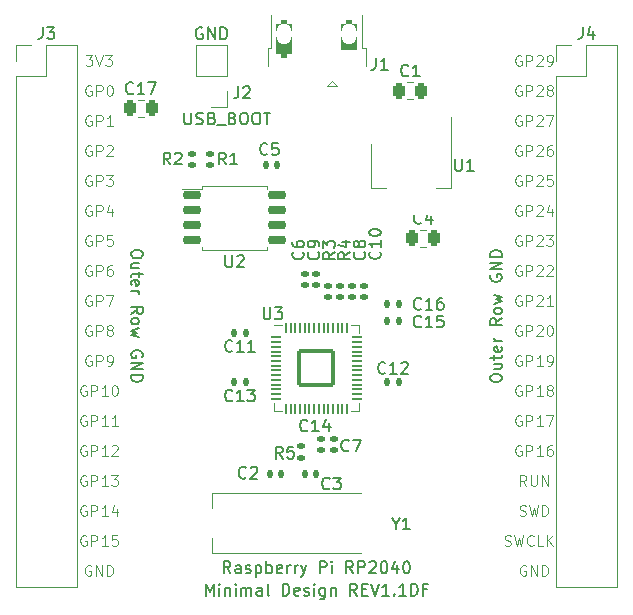
<source format=gto>
%TF.GenerationSoftware,KiCad,Pcbnew,6.0.11-2627ca5db0~126~ubuntu22.04.1*%
%TF.CreationDate,2024-01-20T13:06:16+00:00*%
%TF.ProjectId,RP2040_minimal,52503230-3430-45f6-9d69-6e696d616c2e,REV1*%
%TF.SameCoordinates,Original*%
%TF.FileFunction,Legend,Top*%
%TF.FilePolarity,Positive*%
%FSLAX46Y46*%
G04 Gerber Fmt 4.6, Leading zero omitted, Abs format (unit mm)*
G04 Created by KiCad (PCBNEW 6.0.11-2627ca5db0~126~ubuntu22.04.1) date 2024-01-20 13:06:16*
%MOMM*%
%LPD*%
G01*
G04 APERTURE LIST*
G04 Aperture macros list*
%AMRoundRect*
0 Rectangle with rounded corners*
0 $1 Rounding radius*
0 $2 $3 $4 $5 $6 $7 $8 $9 X,Y pos of 4 corners*
0 Add a 4 corners polygon primitive as box body*
4,1,4,$2,$3,$4,$5,$6,$7,$8,$9,$2,$3,0*
0 Add four circle primitives for the rounded corners*
1,1,$1+$1,$2,$3*
1,1,$1+$1,$4,$5*
1,1,$1+$1,$6,$7*
1,1,$1+$1,$8,$9*
0 Add four rect primitives between the rounded corners*
20,1,$1+$1,$2,$3,$4,$5,0*
20,1,$1+$1,$4,$5,$6,$7,0*
20,1,$1+$1,$6,$7,$8,$9,0*
20,1,$1+$1,$8,$9,$2,$3,0*%
G04 Aperture macros list end*
%ADD10C,0.150000*%
%ADD11C,0.100000*%
%ADD12C,0.120000*%
%ADD13RoundRect,0.243750X-0.243750X-0.456250X0.243750X-0.456250X0.243750X0.456250X-0.243750X0.456250X0*%
%ADD14R,5.600000X2.100000*%
%ADD15RoundRect,0.050000X-0.050000X-0.387500X0.050000X-0.387500X0.050000X0.387500X-0.050000X0.387500X0*%
%ADD16RoundRect,0.050000X-0.387500X-0.050000X0.387500X-0.050000X0.387500X0.050000X-0.387500X0.050000X0*%
%ADD17RoundRect,0.144000X-1.456000X-1.456000X1.456000X-1.456000X1.456000X1.456000X-1.456000X1.456000X0*%
%ADD18O,1.050000X1.450000*%
%ADD19R,1.825000X0.700000*%
%ADD20RoundRect,0.384800X0.265200X1.240200X-0.265200X1.240200X-0.265200X-1.240200X0.265200X-1.240200X0*%
%ADD21R,2.000000X1.460000*%
%ADD22R,0.400000X1.750000*%
%ADD23O,1.300000X1.800000*%
%ADD24R,1.425000X2.500000*%
%ADD25RoundRect,0.147500X-0.172500X0.147500X-0.172500X-0.147500X0.172500X-0.147500X0.172500X0.147500X0*%
%ADD26C,2.700000*%
%ADD27RoundRect,0.147500X0.172500X-0.147500X0.172500X0.147500X-0.172500X0.147500X-0.172500X-0.147500X0*%
%ADD28RoundRect,0.147500X-0.147500X-0.172500X0.147500X-0.172500X0.147500X0.172500X-0.147500X0.172500X0*%
%ADD29RoundRect,0.147500X0.147500X0.172500X-0.147500X0.172500X-0.147500X-0.172500X0.147500X-0.172500X0*%
%ADD30RoundRect,0.150000X-0.650000X-0.150000X0.650000X-0.150000X0.650000X0.150000X-0.650000X0.150000X0*%
%ADD31R,1.500000X2.000000*%
%ADD32R,3.800000X2.000000*%
%ADD33O,1.700000X1.700000*%
%ADD34R,1.700000X1.700000*%
G04 APERTURE END LIST*
D10*
X114692380Y-100923333D02*
X114692380Y-100732857D01*
X114740000Y-100637619D01*
X114835238Y-100542380D01*
X115025714Y-100494761D01*
X115359047Y-100494761D01*
X115549523Y-100542380D01*
X115644761Y-100637619D01*
X115692380Y-100732857D01*
X115692380Y-100923333D01*
X115644761Y-101018571D01*
X115549523Y-101113809D01*
X115359047Y-101161428D01*
X115025714Y-101161428D01*
X114835238Y-101113809D01*
X114740000Y-101018571D01*
X114692380Y-100923333D01*
X115025714Y-99637619D02*
X115692380Y-99637619D01*
X115025714Y-100066190D02*
X115549523Y-100066190D01*
X115644761Y-100018571D01*
X115692380Y-99923333D01*
X115692380Y-99780476D01*
X115644761Y-99685238D01*
X115597142Y-99637619D01*
X115025714Y-99304285D02*
X115025714Y-98923333D01*
X114692380Y-99161428D02*
X115549523Y-99161428D01*
X115644761Y-99113809D01*
X115692380Y-99018571D01*
X115692380Y-98923333D01*
X115644761Y-98209047D02*
X115692380Y-98304285D01*
X115692380Y-98494761D01*
X115644761Y-98590000D01*
X115549523Y-98637619D01*
X115168571Y-98637619D01*
X115073333Y-98590000D01*
X115025714Y-98494761D01*
X115025714Y-98304285D01*
X115073333Y-98209047D01*
X115168571Y-98161428D01*
X115263809Y-98161428D01*
X115359047Y-98637619D01*
X115692380Y-97732857D02*
X115025714Y-97732857D01*
X115216190Y-97732857D02*
X115120952Y-97685238D01*
X115073333Y-97637619D01*
X115025714Y-97542380D01*
X115025714Y-97447142D01*
X115692380Y-95780476D02*
X115216190Y-96113809D01*
X115692380Y-96351904D02*
X114692380Y-96351904D01*
X114692380Y-95970952D01*
X114740000Y-95875714D01*
X114787619Y-95828095D01*
X114882857Y-95780476D01*
X115025714Y-95780476D01*
X115120952Y-95828095D01*
X115168571Y-95875714D01*
X115216190Y-95970952D01*
X115216190Y-96351904D01*
X115692380Y-95209047D02*
X115644761Y-95304285D01*
X115597142Y-95351904D01*
X115501904Y-95399523D01*
X115216190Y-95399523D01*
X115120952Y-95351904D01*
X115073333Y-95304285D01*
X115025714Y-95209047D01*
X115025714Y-95066190D01*
X115073333Y-94970952D01*
X115120952Y-94923333D01*
X115216190Y-94875714D01*
X115501904Y-94875714D01*
X115597142Y-94923333D01*
X115644761Y-94970952D01*
X115692380Y-95066190D01*
X115692380Y-95209047D01*
X115025714Y-94542380D02*
X115692380Y-94351904D01*
X115216190Y-94161428D01*
X115692380Y-93970952D01*
X115025714Y-93780476D01*
X114740000Y-92113809D02*
X114692380Y-92209047D01*
X114692380Y-92351904D01*
X114740000Y-92494761D01*
X114835238Y-92590000D01*
X114930476Y-92637619D01*
X115120952Y-92685238D01*
X115263809Y-92685238D01*
X115454285Y-92637619D01*
X115549523Y-92590000D01*
X115644761Y-92494761D01*
X115692380Y-92351904D01*
X115692380Y-92256666D01*
X115644761Y-92113809D01*
X115597142Y-92066190D01*
X115263809Y-92066190D01*
X115263809Y-92256666D01*
X115692380Y-91637619D02*
X114692380Y-91637619D01*
X115692380Y-91066190D01*
X114692380Y-91066190D01*
X115692380Y-90590000D02*
X114692380Y-90590000D01*
X114692380Y-90351904D01*
X114740000Y-90209047D01*
X114835238Y-90113809D01*
X114930476Y-90066190D01*
X115120952Y-90018571D01*
X115263809Y-90018571D01*
X115454285Y-90066190D01*
X115549523Y-90113809D01*
X115644761Y-90209047D01*
X115692380Y-90351904D01*
X115692380Y-90590000D01*
X85307619Y-90256666D02*
X85307619Y-90447142D01*
X85260000Y-90542380D01*
X85164761Y-90637619D01*
X84974285Y-90685238D01*
X84640952Y-90685238D01*
X84450476Y-90637619D01*
X84355238Y-90542380D01*
X84307619Y-90447142D01*
X84307619Y-90256666D01*
X84355238Y-90161428D01*
X84450476Y-90066190D01*
X84640952Y-90018571D01*
X84974285Y-90018571D01*
X85164761Y-90066190D01*
X85260000Y-90161428D01*
X85307619Y-90256666D01*
X84974285Y-91542380D02*
X84307619Y-91542380D01*
X84974285Y-91113809D02*
X84450476Y-91113809D01*
X84355238Y-91161428D01*
X84307619Y-91256666D01*
X84307619Y-91399523D01*
X84355238Y-91494761D01*
X84402857Y-91542380D01*
X84974285Y-91875714D02*
X84974285Y-92256666D01*
X85307619Y-92018571D02*
X84450476Y-92018571D01*
X84355238Y-92066190D01*
X84307619Y-92161428D01*
X84307619Y-92256666D01*
X84355238Y-92970952D02*
X84307619Y-92875714D01*
X84307619Y-92685238D01*
X84355238Y-92590000D01*
X84450476Y-92542380D01*
X84831428Y-92542380D01*
X84926666Y-92590000D01*
X84974285Y-92685238D01*
X84974285Y-92875714D01*
X84926666Y-92970952D01*
X84831428Y-93018571D01*
X84736190Y-93018571D01*
X84640952Y-92542380D01*
X84307619Y-93447142D02*
X84974285Y-93447142D01*
X84783809Y-93447142D02*
X84879047Y-93494761D01*
X84926666Y-93542380D01*
X84974285Y-93637619D01*
X84974285Y-93732857D01*
X84307619Y-95399523D02*
X84783809Y-95066190D01*
X84307619Y-94828095D02*
X85307619Y-94828095D01*
X85307619Y-95209047D01*
X85260000Y-95304285D01*
X85212380Y-95351904D01*
X85117142Y-95399523D01*
X84974285Y-95399523D01*
X84879047Y-95351904D01*
X84831428Y-95304285D01*
X84783809Y-95209047D01*
X84783809Y-94828095D01*
X84307619Y-95970952D02*
X84355238Y-95875714D01*
X84402857Y-95828095D01*
X84498095Y-95780476D01*
X84783809Y-95780476D01*
X84879047Y-95828095D01*
X84926666Y-95875714D01*
X84974285Y-95970952D01*
X84974285Y-96113809D01*
X84926666Y-96209047D01*
X84879047Y-96256666D01*
X84783809Y-96304285D01*
X84498095Y-96304285D01*
X84402857Y-96256666D01*
X84355238Y-96209047D01*
X84307619Y-96113809D01*
X84307619Y-95970952D01*
X84974285Y-96637619D02*
X84307619Y-96828095D01*
X84783809Y-97018571D01*
X84307619Y-97209047D01*
X84974285Y-97399523D01*
X85260000Y-99066190D02*
X85307619Y-98970952D01*
X85307619Y-98828095D01*
X85260000Y-98685238D01*
X85164761Y-98590000D01*
X85069523Y-98542380D01*
X84879047Y-98494761D01*
X84736190Y-98494761D01*
X84545714Y-98542380D01*
X84450476Y-98590000D01*
X84355238Y-98685238D01*
X84307619Y-98828095D01*
X84307619Y-98923333D01*
X84355238Y-99066190D01*
X84402857Y-99113809D01*
X84736190Y-99113809D01*
X84736190Y-98923333D01*
X84307619Y-99542380D02*
X85307619Y-99542380D01*
X84307619Y-100113809D01*
X85307619Y-100113809D01*
X84307619Y-100590000D02*
X85307619Y-100590000D01*
X85307619Y-100828095D01*
X85260000Y-100970952D01*
X85164761Y-101066190D01*
X85069523Y-101113809D01*
X84879047Y-101161428D01*
X84736190Y-101161428D01*
X84545714Y-101113809D01*
X84450476Y-101066190D01*
X84355238Y-100970952D01*
X84307619Y-100828095D01*
X84307619Y-100590000D01*
D11*
X117343571Y-73550000D02*
X117257857Y-73507142D01*
X117129285Y-73507142D01*
X117000714Y-73550000D01*
X116915000Y-73635714D01*
X116872142Y-73721428D01*
X116829285Y-73892857D01*
X116829285Y-74021428D01*
X116872142Y-74192857D01*
X116915000Y-74278571D01*
X117000714Y-74364285D01*
X117129285Y-74407142D01*
X117215000Y-74407142D01*
X117343571Y-74364285D01*
X117386428Y-74321428D01*
X117386428Y-74021428D01*
X117215000Y-74021428D01*
X117772142Y-74407142D02*
X117772142Y-73507142D01*
X118115000Y-73507142D01*
X118200714Y-73550000D01*
X118243571Y-73592857D01*
X118286428Y-73678571D01*
X118286428Y-73807142D01*
X118243571Y-73892857D01*
X118200714Y-73935714D01*
X118115000Y-73978571D01*
X117772142Y-73978571D01*
X118629285Y-73592857D02*
X118672142Y-73550000D01*
X118757857Y-73507142D01*
X118972142Y-73507142D01*
X119057857Y-73550000D01*
X119100714Y-73592857D01*
X119143571Y-73678571D01*
X119143571Y-73764285D01*
X119100714Y-73892857D01*
X118586428Y-74407142D01*
X119143571Y-74407142D01*
X119572142Y-74407142D02*
X119743571Y-74407142D01*
X119829285Y-74364285D01*
X119872142Y-74321428D01*
X119957857Y-74192857D01*
X120000714Y-74021428D01*
X120000714Y-73678571D01*
X119957857Y-73592857D01*
X119915000Y-73550000D01*
X119829285Y-73507142D01*
X119657857Y-73507142D01*
X119572142Y-73550000D01*
X119529285Y-73592857D01*
X119486428Y-73678571D01*
X119486428Y-73892857D01*
X119529285Y-73978571D01*
X119572142Y-74021428D01*
X119657857Y-74064285D01*
X119829285Y-74064285D01*
X119915000Y-74021428D01*
X119957857Y-73978571D01*
X120000714Y-73892857D01*
X117729285Y-116730000D02*
X117643571Y-116687142D01*
X117515000Y-116687142D01*
X117386428Y-116730000D01*
X117300714Y-116815714D01*
X117257857Y-116901428D01*
X117215000Y-117072857D01*
X117215000Y-117201428D01*
X117257857Y-117372857D01*
X117300714Y-117458571D01*
X117386428Y-117544285D01*
X117515000Y-117587142D01*
X117600714Y-117587142D01*
X117729285Y-117544285D01*
X117772142Y-117501428D01*
X117772142Y-117201428D01*
X117600714Y-117201428D01*
X118157857Y-117587142D02*
X118157857Y-116687142D01*
X118672142Y-117587142D01*
X118672142Y-116687142D01*
X119100714Y-117587142D02*
X119100714Y-116687142D01*
X119315000Y-116687142D01*
X119443571Y-116730000D01*
X119529285Y-116815714D01*
X119572142Y-116901428D01*
X119615000Y-117072857D01*
X119615000Y-117201428D01*
X119572142Y-117372857D01*
X119529285Y-117458571D01*
X119443571Y-117544285D01*
X119315000Y-117587142D01*
X119100714Y-117587142D01*
X80899285Y-116730000D02*
X80813571Y-116687142D01*
X80685000Y-116687142D01*
X80556428Y-116730000D01*
X80470714Y-116815714D01*
X80427857Y-116901428D01*
X80385000Y-117072857D01*
X80385000Y-117201428D01*
X80427857Y-117372857D01*
X80470714Y-117458571D01*
X80556428Y-117544285D01*
X80685000Y-117587142D01*
X80770714Y-117587142D01*
X80899285Y-117544285D01*
X80942142Y-117501428D01*
X80942142Y-117201428D01*
X80770714Y-117201428D01*
X81327857Y-117587142D02*
X81327857Y-116687142D01*
X81842142Y-117587142D01*
X81842142Y-116687142D01*
X82270714Y-117587142D02*
X82270714Y-116687142D01*
X82485000Y-116687142D01*
X82613571Y-116730000D01*
X82699285Y-116815714D01*
X82742142Y-116901428D01*
X82785000Y-117072857D01*
X82785000Y-117201428D01*
X82742142Y-117372857D01*
X82699285Y-117458571D01*
X82613571Y-117544285D01*
X82485000Y-117587142D01*
X82270714Y-117587142D01*
X117750714Y-109967142D02*
X117450714Y-109538571D01*
X117236428Y-109967142D02*
X117236428Y-109067142D01*
X117579285Y-109067142D01*
X117665000Y-109110000D01*
X117707857Y-109152857D01*
X117750714Y-109238571D01*
X117750714Y-109367142D01*
X117707857Y-109452857D01*
X117665000Y-109495714D01*
X117579285Y-109538571D01*
X117236428Y-109538571D01*
X118136428Y-109067142D02*
X118136428Y-109795714D01*
X118179285Y-109881428D01*
X118222142Y-109924285D01*
X118307857Y-109967142D01*
X118479285Y-109967142D01*
X118565000Y-109924285D01*
X118607857Y-109881428D01*
X118650714Y-109795714D01*
X118650714Y-109067142D01*
X119079285Y-109967142D02*
X119079285Y-109067142D01*
X119593571Y-109967142D01*
X119593571Y-109067142D01*
X117343571Y-106570000D02*
X117257857Y-106527142D01*
X117129285Y-106527142D01*
X117000714Y-106570000D01*
X116915000Y-106655714D01*
X116872142Y-106741428D01*
X116829285Y-106912857D01*
X116829285Y-107041428D01*
X116872142Y-107212857D01*
X116915000Y-107298571D01*
X117000714Y-107384285D01*
X117129285Y-107427142D01*
X117215000Y-107427142D01*
X117343571Y-107384285D01*
X117386428Y-107341428D01*
X117386428Y-107041428D01*
X117215000Y-107041428D01*
X117772142Y-107427142D02*
X117772142Y-106527142D01*
X118115000Y-106527142D01*
X118200714Y-106570000D01*
X118243571Y-106612857D01*
X118286428Y-106698571D01*
X118286428Y-106827142D01*
X118243571Y-106912857D01*
X118200714Y-106955714D01*
X118115000Y-106998571D01*
X117772142Y-106998571D01*
X119143571Y-107427142D02*
X118629285Y-107427142D01*
X118886428Y-107427142D02*
X118886428Y-106527142D01*
X118800714Y-106655714D01*
X118715000Y-106741428D01*
X118629285Y-106784285D01*
X119915000Y-106527142D02*
X119743571Y-106527142D01*
X119657857Y-106570000D01*
X119615000Y-106612857D01*
X119529285Y-106741428D01*
X119486428Y-106912857D01*
X119486428Y-107255714D01*
X119529285Y-107341428D01*
X119572142Y-107384285D01*
X119657857Y-107427142D01*
X119829285Y-107427142D01*
X119915000Y-107384285D01*
X119957857Y-107341428D01*
X120000714Y-107255714D01*
X120000714Y-107041428D01*
X119957857Y-106955714D01*
X119915000Y-106912857D01*
X119829285Y-106870000D01*
X119657857Y-106870000D01*
X119572142Y-106912857D01*
X119529285Y-106955714D01*
X119486428Y-107041428D01*
X117193571Y-112464285D02*
X117322142Y-112507142D01*
X117536428Y-112507142D01*
X117622142Y-112464285D01*
X117665000Y-112421428D01*
X117707857Y-112335714D01*
X117707857Y-112250000D01*
X117665000Y-112164285D01*
X117622142Y-112121428D01*
X117536428Y-112078571D01*
X117365000Y-112035714D01*
X117279285Y-111992857D01*
X117236428Y-111950000D01*
X117193571Y-111864285D01*
X117193571Y-111778571D01*
X117236428Y-111692857D01*
X117279285Y-111650000D01*
X117365000Y-111607142D01*
X117579285Y-111607142D01*
X117707857Y-111650000D01*
X118007857Y-111607142D02*
X118222142Y-112507142D01*
X118393571Y-111864285D01*
X118565000Y-112507142D01*
X118779285Y-111607142D01*
X119122142Y-112507142D02*
X119122142Y-111607142D01*
X119336428Y-111607142D01*
X119465000Y-111650000D01*
X119550714Y-111735714D01*
X119593571Y-111821428D01*
X119636428Y-111992857D01*
X119636428Y-112121428D01*
X119593571Y-112292857D01*
X119550714Y-112378571D01*
X119465000Y-112464285D01*
X119336428Y-112507142D01*
X119122142Y-112507142D01*
X115934785Y-115004285D02*
X116063357Y-115047142D01*
X116277642Y-115047142D01*
X116363357Y-115004285D01*
X116406214Y-114961428D01*
X116449071Y-114875714D01*
X116449071Y-114790000D01*
X116406214Y-114704285D01*
X116363357Y-114661428D01*
X116277642Y-114618571D01*
X116106214Y-114575714D01*
X116020500Y-114532857D01*
X115977642Y-114490000D01*
X115934785Y-114404285D01*
X115934785Y-114318571D01*
X115977642Y-114232857D01*
X116020500Y-114190000D01*
X116106214Y-114147142D01*
X116320500Y-114147142D01*
X116449071Y-114190000D01*
X116749071Y-114147142D02*
X116963357Y-115047142D01*
X117134785Y-114404285D01*
X117306214Y-115047142D01*
X117520500Y-114147142D01*
X118377642Y-114961428D02*
X118334785Y-115004285D01*
X118206214Y-115047142D01*
X118120500Y-115047142D01*
X117991928Y-115004285D01*
X117906214Y-114918571D01*
X117863357Y-114832857D01*
X117820500Y-114661428D01*
X117820500Y-114532857D01*
X117863357Y-114361428D01*
X117906214Y-114275714D01*
X117991928Y-114190000D01*
X118120500Y-114147142D01*
X118206214Y-114147142D01*
X118334785Y-114190000D01*
X118377642Y-114232857D01*
X119191928Y-115047142D02*
X118763357Y-115047142D01*
X118763357Y-114147142D01*
X119491928Y-115047142D02*
X119491928Y-114147142D01*
X120006214Y-115047142D02*
X119620500Y-114532857D01*
X120006214Y-114147142D02*
X119491928Y-114661428D01*
X117343571Y-101490000D02*
X117257857Y-101447142D01*
X117129285Y-101447142D01*
X117000714Y-101490000D01*
X116915000Y-101575714D01*
X116872142Y-101661428D01*
X116829285Y-101832857D01*
X116829285Y-101961428D01*
X116872142Y-102132857D01*
X116915000Y-102218571D01*
X117000714Y-102304285D01*
X117129285Y-102347142D01*
X117215000Y-102347142D01*
X117343571Y-102304285D01*
X117386428Y-102261428D01*
X117386428Y-101961428D01*
X117215000Y-101961428D01*
X117772142Y-102347142D02*
X117772142Y-101447142D01*
X118115000Y-101447142D01*
X118200714Y-101490000D01*
X118243571Y-101532857D01*
X118286428Y-101618571D01*
X118286428Y-101747142D01*
X118243571Y-101832857D01*
X118200714Y-101875714D01*
X118115000Y-101918571D01*
X117772142Y-101918571D01*
X119143571Y-102347142D02*
X118629285Y-102347142D01*
X118886428Y-102347142D02*
X118886428Y-101447142D01*
X118800714Y-101575714D01*
X118715000Y-101661428D01*
X118629285Y-101704285D01*
X119657857Y-101832857D02*
X119572142Y-101790000D01*
X119529285Y-101747142D01*
X119486428Y-101661428D01*
X119486428Y-101618571D01*
X119529285Y-101532857D01*
X119572142Y-101490000D01*
X119657857Y-101447142D01*
X119829285Y-101447142D01*
X119915000Y-101490000D01*
X119957857Y-101532857D01*
X120000714Y-101618571D01*
X120000714Y-101661428D01*
X119957857Y-101747142D01*
X119915000Y-101790000D01*
X119829285Y-101832857D01*
X119657857Y-101832857D01*
X119572142Y-101875714D01*
X119529285Y-101918571D01*
X119486428Y-102004285D01*
X119486428Y-102175714D01*
X119529285Y-102261428D01*
X119572142Y-102304285D01*
X119657857Y-102347142D01*
X119829285Y-102347142D01*
X119915000Y-102304285D01*
X119957857Y-102261428D01*
X120000714Y-102175714D01*
X120000714Y-102004285D01*
X119957857Y-101918571D01*
X119915000Y-101875714D01*
X119829285Y-101832857D01*
X117343571Y-91330000D02*
X117257857Y-91287142D01*
X117129285Y-91287142D01*
X117000714Y-91330000D01*
X116915000Y-91415714D01*
X116872142Y-91501428D01*
X116829285Y-91672857D01*
X116829285Y-91801428D01*
X116872142Y-91972857D01*
X116915000Y-92058571D01*
X117000714Y-92144285D01*
X117129285Y-92187142D01*
X117215000Y-92187142D01*
X117343571Y-92144285D01*
X117386428Y-92101428D01*
X117386428Y-91801428D01*
X117215000Y-91801428D01*
X117772142Y-92187142D02*
X117772142Y-91287142D01*
X118115000Y-91287142D01*
X118200714Y-91330000D01*
X118243571Y-91372857D01*
X118286428Y-91458571D01*
X118286428Y-91587142D01*
X118243571Y-91672857D01*
X118200714Y-91715714D01*
X118115000Y-91758571D01*
X117772142Y-91758571D01*
X118629285Y-91372857D02*
X118672142Y-91330000D01*
X118757857Y-91287142D01*
X118972142Y-91287142D01*
X119057857Y-91330000D01*
X119100714Y-91372857D01*
X119143571Y-91458571D01*
X119143571Y-91544285D01*
X119100714Y-91672857D01*
X118586428Y-92187142D01*
X119143571Y-92187142D01*
X119486428Y-91372857D02*
X119529285Y-91330000D01*
X119615000Y-91287142D01*
X119829285Y-91287142D01*
X119915000Y-91330000D01*
X119957857Y-91372857D01*
X120000714Y-91458571D01*
X120000714Y-91544285D01*
X119957857Y-91672857D01*
X119443571Y-92187142D01*
X120000714Y-92187142D01*
X117343571Y-104030000D02*
X117257857Y-103987142D01*
X117129285Y-103987142D01*
X117000714Y-104030000D01*
X116915000Y-104115714D01*
X116872142Y-104201428D01*
X116829285Y-104372857D01*
X116829285Y-104501428D01*
X116872142Y-104672857D01*
X116915000Y-104758571D01*
X117000714Y-104844285D01*
X117129285Y-104887142D01*
X117215000Y-104887142D01*
X117343571Y-104844285D01*
X117386428Y-104801428D01*
X117386428Y-104501428D01*
X117215000Y-104501428D01*
X117772142Y-104887142D02*
X117772142Y-103987142D01*
X118115000Y-103987142D01*
X118200714Y-104030000D01*
X118243571Y-104072857D01*
X118286428Y-104158571D01*
X118286428Y-104287142D01*
X118243571Y-104372857D01*
X118200714Y-104415714D01*
X118115000Y-104458571D01*
X117772142Y-104458571D01*
X119143571Y-104887142D02*
X118629285Y-104887142D01*
X118886428Y-104887142D02*
X118886428Y-103987142D01*
X118800714Y-104115714D01*
X118715000Y-104201428D01*
X118629285Y-104244285D01*
X119443571Y-103987142D02*
X120043571Y-103987142D01*
X119657857Y-104887142D01*
X117343571Y-98950000D02*
X117257857Y-98907142D01*
X117129285Y-98907142D01*
X117000714Y-98950000D01*
X116915000Y-99035714D01*
X116872142Y-99121428D01*
X116829285Y-99292857D01*
X116829285Y-99421428D01*
X116872142Y-99592857D01*
X116915000Y-99678571D01*
X117000714Y-99764285D01*
X117129285Y-99807142D01*
X117215000Y-99807142D01*
X117343571Y-99764285D01*
X117386428Y-99721428D01*
X117386428Y-99421428D01*
X117215000Y-99421428D01*
X117772142Y-99807142D02*
X117772142Y-98907142D01*
X118115000Y-98907142D01*
X118200714Y-98950000D01*
X118243571Y-98992857D01*
X118286428Y-99078571D01*
X118286428Y-99207142D01*
X118243571Y-99292857D01*
X118200714Y-99335714D01*
X118115000Y-99378571D01*
X117772142Y-99378571D01*
X119143571Y-99807142D02*
X118629285Y-99807142D01*
X118886428Y-99807142D02*
X118886428Y-98907142D01*
X118800714Y-99035714D01*
X118715000Y-99121428D01*
X118629285Y-99164285D01*
X119572142Y-99807142D02*
X119743571Y-99807142D01*
X119829285Y-99764285D01*
X119872142Y-99721428D01*
X119957857Y-99592857D01*
X120000714Y-99421428D01*
X120000714Y-99078571D01*
X119957857Y-98992857D01*
X119915000Y-98950000D01*
X119829285Y-98907142D01*
X119657857Y-98907142D01*
X119572142Y-98950000D01*
X119529285Y-98992857D01*
X119486428Y-99078571D01*
X119486428Y-99292857D01*
X119529285Y-99378571D01*
X119572142Y-99421428D01*
X119657857Y-99464285D01*
X119829285Y-99464285D01*
X119915000Y-99421428D01*
X119957857Y-99378571D01*
X120000714Y-99292857D01*
X117343571Y-96410000D02*
X117257857Y-96367142D01*
X117129285Y-96367142D01*
X117000714Y-96410000D01*
X116915000Y-96495714D01*
X116872142Y-96581428D01*
X116829285Y-96752857D01*
X116829285Y-96881428D01*
X116872142Y-97052857D01*
X116915000Y-97138571D01*
X117000714Y-97224285D01*
X117129285Y-97267142D01*
X117215000Y-97267142D01*
X117343571Y-97224285D01*
X117386428Y-97181428D01*
X117386428Y-96881428D01*
X117215000Y-96881428D01*
X117772142Y-97267142D02*
X117772142Y-96367142D01*
X118115000Y-96367142D01*
X118200714Y-96410000D01*
X118243571Y-96452857D01*
X118286428Y-96538571D01*
X118286428Y-96667142D01*
X118243571Y-96752857D01*
X118200714Y-96795714D01*
X118115000Y-96838571D01*
X117772142Y-96838571D01*
X118629285Y-96452857D02*
X118672142Y-96410000D01*
X118757857Y-96367142D01*
X118972142Y-96367142D01*
X119057857Y-96410000D01*
X119100714Y-96452857D01*
X119143571Y-96538571D01*
X119143571Y-96624285D01*
X119100714Y-96752857D01*
X118586428Y-97267142D01*
X119143571Y-97267142D01*
X119700714Y-96367142D02*
X119786428Y-96367142D01*
X119872142Y-96410000D01*
X119915000Y-96452857D01*
X119957857Y-96538571D01*
X120000714Y-96710000D01*
X120000714Y-96924285D01*
X119957857Y-97095714D01*
X119915000Y-97181428D01*
X119872142Y-97224285D01*
X119786428Y-97267142D01*
X119700714Y-97267142D01*
X119615000Y-97224285D01*
X119572142Y-97181428D01*
X119529285Y-97095714D01*
X119486428Y-96924285D01*
X119486428Y-96710000D01*
X119529285Y-96538571D01*
X119572142Y-96452857D01*
X119615000Y-96410000D01*
X119700714Y-96367142D01*
X117343571Y-93870000D02*
X117257857Y-93827142D01*
X117129285Y-93827142D01*
X117000714Y-93870000D01*
X116915000Y-93955714D01*
X116872142Y-94041428D01*
X116829285Y-94212857D01*
X116829285Y-94341428D01*
X116872142Y-94512857D01*
X116915000Y-94598571D01*
X117000714Y-94684285D01*
X117129285Y-94727142D01*
X117215000Y-94727142D01*
X117343571Y-94684285D01*
X117386428Y-94641428D01*
X117386428Y-94341428D01*
X117215000Y-94341428D01*
X117772142Y-94727142D02*
X117772142Y-93827142D01*
X118115000Y-93827142D01*
X118200714Y-93870000D01*
X118243571Y-93912857D01*
X118286428Y-93998571D01*
X118286428Y-94127142D01*
X118243571Y-94212857D01*
X118200714Y-94255714D01*
X118115000Y-94298571D01*
X117772142Y-94298571D01*
X118629285Y-93912857D02*
X118672142Y-93870000D01*
X118757857Y-93827142D01*
X118972142Y-93827142D01*
X119057857Y-93870000D01*
X119100714Y-93912857D01*
X119143571Y-93998571D01*
X119143571Y-94084285D01*
X119100714Y-94212857D01*
X118586428Y-94727142D01*
X119143571Y-94727142D01*
X120000714Y-94727142D02*
X119486428Y-94727142D01*
X119743571Y-94727142D02*
X119743571Y-93827142D01*
X119657857Y-93955714D01*
X119572142Y-94041428D01*
X119486428Y-94084285D01*
X117343571Y-88790000D02*
X117257857Y-88747142D01*
X117129285Y-88747142D01*
X117000714Y-88790000D01*
X116915000Y-88875714D01*
X116872142Y-88961428D01*
X116829285Y-89132857D01*
X116829285Y-89261428D01*
X116872142Y-89432857D01*
X116915000Y-89518571D01*
X117000714Y-89604285D01*
X117129285Y-89647142D01*
X117215000Y-89647142D01*
X117343571Y-89604285D01*
X117386428Y-89561428D01*
X117386428Y-89261428D01*
X117215000Y-89261428D01*
X117772142Y-89647142D02*
X117772142Y-88747142D01*
X118115000Y-88747142D01*
X118200714Y-88790000D01*
X118243571Y-88832857D01*
X118286428Y-88918571D01*
X118286428Y-89047142D01*
X118243571Y-89132857D01*
X118200714Y-89175714D01*
X118115000Y-89218571D01*
X117772142Y-89218571D01*
X118629285Y-88832857D02*
X118672142Y-88790000D01*
X118757857Y-88747142D01*
X118972142Y-88747142D01*
X119057857Y-88790000D01*
X119100714Y-88832857D01*
X119143571Y-88918571D01*
X119143571Y-89004285D01*
X119100714Y-89132857D01*
X118586428Y-89647142D01*
X119143571Y-89647142D01*
X119443571Y-88747142D02*
X120000714Y-88747142D01*
X119700714Y-89090000D01*
X119829285Y-89090000D01*
X119915000Y-89132857D01*
X119957857Y-89175714D01*
X120000714Y-89261428D01*
X120000714Y-89475714D01*
X119957857Y-89561428D01*
X119915000Y-89604285D01*
X119829285Y-89647142D01*
X119572142Y-89647142D01*
X119486428Y-89604285D01*
X119443571Y-89561428D01*
X117343571Y-86250000D02*
X117257857Y-86207142D01*
X117129285Y-86207142D01*
X117000714Y-86250000D01*
X116915000Y-86335714D01*
X116872142Y-86421428D01*
X116829285Y-86592857D01*
X116829285Y-86721428D01*
X116872142Y-86892857D01*
X116915000Y-86978571D01*
X117000714Y-87064285D01*
X117129285Y-87107142D01*
X117215000Y-87107142D01*
X117343571Y-87064285D01*
X117386428Y-87021428D01*
X117386428Y-86721428D01*
X117215000Y-86721428D01*
X117772142Y-87107142D02*
X117772142Y-86207142D01*
X118115000Y-86207142D01*
X118200714Y-86250000D01*
X118243571Y-86292857D01*
X118286428Y-86378571D01*
X118286428Y-86507142D01*
X118243571Y-86592857D01*
X118200714Y-86635714D01*
X118115000Y-86678571D01*
X117772142Y-86678571D01*
X118629285Y-86292857D02*
X118672142Y-86250000D01*
X118757857Y-86207142D01*
X118972142Y-86207142D01*
X119057857Y-86250000D01*
X119100714Y-86292857D01*
X119143571Y-86378571D01*
X119143571Y-86464285D01*
X119100714Y-86592857D01*
X118586428Y-87107142D01*
X119143571Y-87107142D01*
X119915000Y-86507142D02*
X119915000Y-87107142D01*
X119700714Y-86164285D02*
X119486428Y-86807142D01*
X120043571Y-86807142D01*
X117343571Y-83710000D02*
X117257857Y-83667142D01*
X117129285Y-83667142D01*
X117000714Y-83710000D01*
X116915000Y-83795714D01*
X116872142Y-83881428D01*
X116829285Y-84052857D01*
X116829285Y-84181428D01*
X116872142Y-84352857D01*
X116915000Y-84438571D01*
X117000714Y-84524285D01*
X117129285Y-84567142D01*
X117215000Y-84567142D01*
X117343571Y-84524285D01*
X117386428Y-84481428D01*
X117386428Y-84181428D01*
X117215000Y-84181428D01*
X117772142Y-84567142D02*
X117772142Y-83667142D01*
X118115000Y-83667142D01*
X118200714Y-83710000D01*
X118243571Y-83752857D01*
X118286428Y-83838571D01*
X118286428Y-83967142D01*
X118243571Y-84052857D01*
X118200714Y-84095714D01*
X118115000Y-84138571D01*
X117772142Y-84138571D01*
X118629285Y-83752857D02*
X118672142Y-83710000D01*
X118757857Y-83667142D01*
X118972142Y-83667142D01*
X119057857Y-83710000D01*
X119100714Y-83752857D01*
X119143571Y-83838571D01*
X119143571Y-83924285D01*
X119100714Y-84052857D01*
X118586428Y-84567142D01*
X119143571Y-84567142D01*
X119957857Y-83667142D02*
X119529285Y-83667142D01*
X119486428Y-84095714D01*
X119529285Y-84052857D01*
X119615000Y-84010000D01*
X119829285Y-84010000D01*
X119915000Y-84052857D01*
X119957857Y-84095714D01*
X120000714Y-84181428D01*
X120000714Y-84395714D01*
X119957857Y-84481428D01*
X119915000Y-84524285D01*
X119829285Y-84567142D01*
X119615000Y-84567142D01*
X119529285Y-84524285D01*
X119486428Y-84481428D01*
X117343571Y-81170000D02*
X117257857Y-81127142D01*
X117129285Y-81127142D01*
X117000714Y-81170000D01*
X116915000Y-81255714D01*
X116872142Y-81341428D01*
X116829285Y-81512857D01*
X116829285Y-81641428D01*
X116872142Y-81812857D01*
X116915000Y-81898571D01*
X117000714Y-81984285D01*
X117129285Y-82027142D01*
X117215000Y-82027142D01*
X117343571Y-81984285D01*
X117386428Y-81941428D01*
X117386428Y-81641428D01*
X117215000Y-81641428D01*
X117772142Y-82027142D02*
X117772142Y-81127142D01*
X118115000Y-81127142D01*
X118200714Y-81170000D01*
X118243571Y-81212857D01*
X118286428Y-81298571D01*
X118286428Y-81427142D01*
X118243571Y-81512857D01*
X118200714Y-81555714D01*
X118115000Y-81598571D01*
X117772142Y-81598571D01*
X118629285Y-81212857D02*
X118672142Y-81170000D01*
X118757857Y-81127142D01*
X118972142Y-81127142D01*
X119057857Y-81170000D01*
X119100714Y-81212857D01*
X119143571Y-81298571D01*
X119143571Y-81384285D01*
X119100714Y-81512857D01*
X118586428Y-82027142D01*
X119143571Y-82027142D01*
X119915000Y-81127142D02*
X119743571Y-81127142D01*
X119657857Y-81170000D01*
X119615000Y-81212857D01*
X119529285Y-81341428D01*
X119486428Y-81512857D01*
X119486428Y-81855714D01*
X119529285Y-81941428D01*
X119572142Y-81984285D01*
X119657857Y-82027142D01*
X119829285Y-82027142D01*
X119915000Y-81984285D01*
X119957857Y-81941428D01*
X120000714Y-81855714D01*
X120000714Y-81641428D01*
X119957857Y-81555714D01*
X119915000Y-81512857D01*
X119829285Y-81470000D01*
X119657857Y-81470000D01*
X119572142Y-81512857D01*
X119529285Y-81555714D01*
X119486428Y-81641428D01*
X117343571Y-78630000D02*
X117257857Y-78587142D01*
X117129285Y-78587142D01*
X117000714Y-78630000D01*
X116915000Y-78715714D01*
X116872142Y-78801428D01*
X116829285Y-78972857D01*
X116829285Y-79101428D01*
X116872142Y-79272857D01*
X116915000Y-79358571D01*
X117000714Y-79444285D01*
X117129285Y-79487142D01*
X117215000Y-79487142D01*
X117343571Y-79444285D01*
X117386428Y-79401428D01*
X117386428Y-79101428D01*
X117215000Y-79101428D01*
X117772142Y-79487142D02*
X117772142Y-78587142D01*
X118115000Y-78587142D01*
X118200714Y-78630000D01*
X118243571Y-78672857D01*
X118286428Y-78758571D01*
X118286428Y-78887142D01*
X118243571Y-78972857D01*
X118200714Y-79015714D01*
X118115000Y-79058571D01*
X117772142Y-79058571D01*
X118629285Y-78672857D02*
X118672142Y-78630000D01*
X118757857Y-78587142D01*
X118972142Y-78587142D01*
X119057857Y-78630000D01*
X119100714Y-78672857D01*
X119143571Y-78758571D01*
X119143571Y-78844285D01*
X119100714Y-78972857D01*
X118586428Y-79487142D01*
X119143571Y-79487142D01*
X119443571Y-78587142D02*
X120043571Y-78587142D01*
X119657857Y-79487142D01*
X117343571Y-76090000D02*
X117257857Y-76047142D01*
X117129285Y-76047142D01*
X117000714Y-76090000D01*
X116915000Y-76175714D01*
X116872142Y-76261428D01*
X116829285Y-76432857D01*
X116829285Y-76561428D01*
X116872142Y-76732857D01*
X116915000Y-76818571D01*
X117000714Y-76904285D01*
X117129285Y-76947142D01*
X117215000Y-76947142D01*
X117343571Y-76904285D01*
X117386428Y-76861428D01*
X117386428Y-76561428D01*
X117215000Y-76561428D01*
X117772142Y-76947142D02*
X117772142Y-76047142D01*
X118115000Y-76047142D01*
X118200714Y-76090000D01*
X118243571Y-76132857D01*
X118286428Y-76218571D01*
X118286428Y-76347142D01*
X118243571Y-76432857D01*
X118200714Y-76475714D01*
X118115000Y-76518571D01*
X117772142Y-76518571D01*
X118629285Y-76132857D02*
X118672142Y-76090000D01*
X118757857Y-76047142D01*
X118972142Y-76047142D01*
X119057857Y-76090000D01*
X119100714Y-76132857D01*
X119143571Y-76218571D01*
X119143571Y-76304285D01*
X119100714Y-76432857D01*
X118586428Y-76947142D01*
X119143571Y-76947142D01*
X119657857Y-76432857D02*
X119572142Y-76390000D01*
X119529285Y-76347142D01*
X119486428Y-76261428D01*
X119486428Y-76218571D01*
X119529285Y-76132857D01*
X119572142Y-76090000D01*
X119657857Y-76047142D01*
X119829285Y-76047142D01*
X119915000Y-76090000D01*
X119957857Y-76132857D01*
X120000714Y-76218571D01*
X120000714Y-76261428D01*
X119957857Y-76347142D01*
X119915000Y-76390000D01*
X119829285Y-76432857D01*
X119657857Y-76432857D01*
X119572142Y-76475714D01*
X119529285Y-76518571D01*
X119486428Y-76604285D01*
X119486428Y-76775714D01*
X119529285Y-76861428D01*
X119572142Y-76904285D01*
X119657857Y-76947142D01*
X119829285Y-76947142D01*
X119915000Y-76904285D01*
X119957857Y-76861428D01*
X120000714Y-76775714D01*
X120000714Y-76604285D01*
X119957857Y-76518571D01*
X119915000Y-76475714D01*
X119829285Y-76432857D01*
X80513571Y-111650000D02*
X80427857Y-111607142D01*
X80299285Y-111607142D01*
X80170714Y-111650000D01*
X80085000Y-111735714D01*
X80042142Y-111821428D01*
X79999285Y-111992857D01*
X79999285Y-112121428D01*
X80042142Y-112292857D01*
X80085000Y-112378571D01*
X80170714Y-112464285D01*
X80299285Y-112507142D01*
X80385000Y-112507142D01*
X80513571Y-112464285D01*
X80556428Y-112421428D01*
X80556428Y-112121428D01*
X80385000Y-112121428D01*
X80942142Y-112507142D02*
X80942142Y-111607142D01*
X81285000Y-111607142D01*
X81370714Y-111650000D01*
X81413571Y-111692857D01*
X81456428Y-111778571D01*
X81456428Y-111907142D01*
X81413571Y-111992857D01*
X81370714Y-112035714D01*
X81285000Y-112078571D01*
X80942142Y-112078571D01*
X82313571Y-112507142D02*
X81799285Y-112507142D01*
X82056428Y-112507142D02*
X82056428Y-111607142D01*
X81970714Y-111735714D01*
X81885000Y-111821428D01*
X81799285Y-111864285D01*
X83085000Y-111907142D02*
X83085000Y-112507142D01*
X82870714Y-111564285D02*
X82656428Y-112207142D01*
X83213571Y-112207142D01*
X80513571Y-114190000D02*
X80427857Y-114147142D01*
X80299285Y-114147142D01*
X80170714Y-114190000D01*
X80085000Y-114275714D01*
X80042142Y-114361428D01*
X79999285Y-114532857D01*
X79999285Y-114661428D01*
X80042142Y-114832857D01*
X80085000Y-114918571D01*
X80170714Y-115004285D01*
X80299285Y-115047142D01*
X80385000Y-115047142D01*
X80513571Y-115004285D01*
X80556428Y-114961428D01*
X80556428Y-114661428D01*
X80385000Y-114661428D01*
X80942142Y-115047142D02*
X80942142Y-114147142D01*
X81285000Y-114147142D01*
X81370714Y-114190000D01*
X81413571Y-114232857D01*
X81456428Y-114318571D01*
X81456428Y-114447142D01*
X81413571Y-114532857D01*
X81370714Y-114575714D01*
X81285000Y-114618571D01*
X80942142Y-114618571D01*
X82313571Y-115047142D02*
X81799285Y-115047142D01*
X82056428Y-115047142D02*
X82056428Y-114147142D01*
X81970714Y-114275714D01*
X81885000Y-114361428D01*
X81799285Y-114404285D01*
X83127857Y-114147142D02*
X82699285Y-114147142D01*
X82656428Y-114575714D01*
X82699285Y-114532857D01*
X82785000Y-114490000D01*
X82999285Y-114490000D01*
X83085000Y-114532857D01*
X83127857Y-114575714D01*
X83170714Y-114661428D01*
X83170714Y-114875714D01*
X83127857Y-114961428D01*
X83085000Y-115004285D01*
X82999285Y-115047142D01*
X82785000Y-115047142D01*
X82699285Y-115004285D01*
X82656428Y-114961428D01*
X80513571Y-109110000D02*
X80427857Y-109067142D01*
X80299285Y-109067142D01*
X80170714Y-109110000D01*
X80085000Y-109195714D01*
X80042142Y-109281428D01*
X79999285Y-109452857D01*
X79999285Y-109581428D01*
X80042142Y-109752857D01*
X80085000Y-109838571D01*
X80170714Y-109924285D01*
X80299285Y-109967142D01*
X80385000Y-109967142D01*
X80513571Y-109924285D01*
X80556428Y-109881428D01*
X80556428Y-109581428D01*
X80385000Y-109581428D01*
X80942142Y-109967142D02*
X80942142Y-109067142D01*
X81285000Y-109067142D01*
X81370714Y-109110000D01*
X81413571Y-109152857D01*
X81456428Y-109238571D01*
X81456428Y-109367142D01*
X81413571Y-109452857D01*
X81370714Y-109495714D01*
X81285000Y-109538571D01*
X80942142Y-109538571D01*
X82313571Y-109967142D02*
X81799285Y-109967142D01*
X82056428Y-109967142D02*
X82056428Y-109067142D01*
X81970714Y-109195714D01*
X81885000Y-109281428D01*
X81799285Y-109324285D01*
X82613571Y-109067142D02*
X83170714Y-109067142D01*
X82870714Y-109410000D01*
X82999285Y-109410000D01*
X83085000Y-109452857D01*
X83127857Y-109495714D01*
X83170714Y-109581428D01*
X83170714Y-109795714D01*
X83127857Y-109881428D01*
X83085000Y-109924285D01*
X82999285Y-109967142D01*
X82742142Y-109967142D01*
X82656428Y-109924285D01*
X82613571Y-109881428D01*
X80513571Y-106570000D02*
X80427857Y-106527142D01*
X80299285Y-106527142D01*
X80170714Y-106570000D01*
X80085000Y-106655714D01*
X80042142Y-106741428D01*
X79999285Y-106912857D01*
X79999285Y-107041428D01*
X80042142Y-107212857D01*
X80085000Y-107298571D01*
X80170714Y-107384285D01*
X80299285Y-107427142D01*
X80385000Y-107427142D01*
X80513571Y-107384285D01*
X80556428Y-107341428D01*
X80556428Y-107041428D01*
X80385000Y-107041428D01*
X80942142Y-107427142D02*
X80942142Y-106527142D01*
X81285000Y-106527142D01*
X81370714Y-106570000D01*
X81413571Y-106612857D01*
X81456428Y-106698571D01*
X81456428Y-106827142D01*
X81413571Y-106912857D01*
X81370714Y-106955714D01*
X81285000Y-106998571D01*
X80942142Y-106998571D01*
X82313571Y-107427142D02*
X81799285Y-107427142D01*
X82056428Y-107427142D02*
X82056428Y-106527142D01*
X81970714Y-106655714D01*
X81885000Y-106741428D01*
X81799285Y-106784285D01*
X82656428Y-106612857D02*
X82699285Y-106570000D01*
X82785000Y-106527142D01*
X82999285Y-106527142D01*
X83085000Y-106570000D01*
X83127857Y-106612857D01*
X83170714Y-106698571D01*
X83170714Y-106784285D01*
X83127857Y-106912857D01*
X82613571Y-107427142D01*
X83170714Y-107427142D01*
X80513571Y-101490000D02*
X80427857Y-101447142D01*
X80299285Y-101447142D01*
X80170714Y-101490000D01*
X80085000Y-101575714D01*
X80042142Y-101661428D01*
X79999285Y-101832857D01*
X79999285Y-101961428D01*
X80042142Y-102132857D01*
X80085000Y-102218571D01*
X80170714Y-102304285D01*
X80299285Y-102347142D01*
X80385000Y-102347142D01*
X80513571Y-102304285D01*
X80556428Y-102261428D01*
X80556428Y-101961428D01*
X80385000Y-101961428D01*
X80942142Y-102347142D02*
X80942142Y-101447142D01*
X81285000Y-101447142D01*
X81370714Y-101490000D01*
X81413571Y-101532857D01*
X81456428Y-101618571D01*
X81456428Y-101747142D01*
X81413571Y-101832857D01*
X81370714Y-101875714D01*
X81285000Y-101918571D01*
X80942142Y-101918571D01*
X82313571Y-102347142D02*
X81799285Y-102347142D01*
X82056428Y-102347142D02*
X82056428Y-101447142D01*
X81970714Y-101575714D01*
X81885000Y-101661428D01*
X81799285Y-101704285D01*
X82870714Y-101447142D02*
X82956428Y-101447142D01*
X83042142Y-101490000D01*
X83085000Y-101532857D01*
X83127857Y-101618571D01*
X83170714Y-101790000D01*
X83170714Y-102004285D01*
X83127857Y-102175714D01*
X83085000Y-102261428D01*
X83042142Y-102304285D01*
X82956428Y-102347142D01*
X82870714Y-102347142D01*
X82785000Y-102304285D01*
X82742142Y-102261428D01*
X82699285Y-102175714D01*
X82656428Y-102004285D01*
X82656428Y-101790000D01*
X82699285Y-101618571D01*
X82742142Y-101532857D01*
X82785000Y-101490000D01*
X82870714Y-101447142D01*
X80513571Y-104030000D02*
X80427857Y-103987142D01*
X80299285Y-103987142D01*
X80170714Y-104030000D01*
X80085000Y-104115714D01*
X80042142Y-104201428D01*
X79999285Y-104372857D01*
X79999285Y-104501428D01*
X80042142Y-104672857D01*
X80085000Y-104758571D01*
X80170714Y-104844285D01*
X80299285Y-104887142D01*
X80385000Y-104887142D01*
X80513571Y-104844285D01*
X80556428Y-104801428D01*
X80556428Y-104501428D01*
X80385000Y-104501428D01*
X80942142Y-104887142D02*
X80942142Y-103987142D01*
X81285000Y-103987142D01*
X81370714Y-104030000D01*
X81413571Y-104072857D01*
X81456428Y-104158571D01*
X81456428Y-104287142D01*
X81413571Y-104372857D01*
X81370714Y-104415714D01*
X81285000Y-104458571D01*
X80942142Y-104458571D01*
X82313571Y-104887142D02*
X81799285Y-104887142D01*
X82056428Y-104887142D02*
X82056428Y-103987142D01*
X81970714Y-104115714D01*
X81885000Y-104201428D01*
X81799285Y-104244285D01*
X83170714Y-104887142D02*
X82656428Y-104887142D01*
X82913571Y-104887142D02*
X82913571Y-103987142D01*
X82827857Y-104115714D01*
X82742142Y-104201428D01*
X82656428Y-104244285D01*
X80942142Y-98950000D02*
X80856428Y-98907142D01*
X80727857Y-98907142D01*
X80599285Y-98950000D01*
X80513571Y-99035714D01*
X80470714Y-99121428D01*
X80427857Y-99292857D01*
X80427857Y-99421428D01*
X80470714Y-99592857D01*
X80513571Y-99678571D01*
X80599285Y-99764285D01*
X80727857Y-99807142D01*
X80813571Y-99807142D01*
X80942142Y-99764285D01*
X80985000Y-99721428D01*
X80985000Y-99421428D01*
X80813571Y-99421428D01*
X81370714Y-99807142D02*
X81370714Y-98907142D01*
X81713571Y-98907142D01*
X81799285Y-98950000D01*
X81842142Y-98992857D01*
X81885000Y-99078571D01*
X81885000Y-99207142D01*
X81842142Y-99292857D01*
X81799285Y-99335714D01*
X81713571Y-99378571D01*
X81370714Y-99378571D01*
X82313571Y-99807142D02*
X82485000Y-99807142D01*
X82570714Y-99764285D01*
X82613571Y-99721428D01*
X82699285Y-99592857D01*
X82742142Y-99421428D01*
X82742142Y-99078571D01*
X82699285Y-98992857D01*
X82656428Y-98950000D01*
X82570714Y-98907142D01*
X82399285Y-98907142D01*
X82313571Y-98950000D01*
X82270714Y-98992857D01*
X82227857Y-99078571D01*
X82227857Y-99292857D01*
X82270714Y-99378571D01*
X82313571Y-99421428D01*
X82399285Y-99464285D01*
X82570714Y-99464285D01*
X82656428Y-99421428D01*
X82699285Y-99378571D01*
X82742142Y-99292857D01*
X80942142Y-96410000D02*
X80856428Y-96367142D01*
X80727857Y-96367142D01*
X80599285Y-96410000D01*
X80513571Y-96495714D01*
X80470714Y-96581428D01*
X80427857Y-96752857D01*
X80427857Y-96881428D01*
X80470714Y-97052857D01*
X80513571Y-97138571D01*
X80599285Y-97224285D01*
X80727857Y-97267142D01*
X80813571Y-97267142D01*
X80942142Y-97224285D01*
X80985000Y-97181428D01*
X80985000Y-96881428D01*
X80813571Y-96881428D01*
X81370714Y-97267142D02*
X81370714Y-96367142D01*
X81713571Y-96367142D01*
X81799285Y-96410000D01*
X81842142Y-96452857D01*
X81885000Y-96538571D01*
X81885000Y-96667142D01*
X81842142Y-96752857D01*
X81799285Y-96795714D01*
X81713571Y-96838571D01*
X81370714Y-96838571D01*
X82399285Y-96752857D02*
X82313571Y-96710000D01*
X82270714Y-96667142D01*
X82227857Y-96581428D01*
X82227857Y-96538571D01*
X82270714Y-96452857D01*
X82313571Y-96410000D01*
X82399285Y-96367142D01*
X82570714Y-96367142D01*
X82656428Y-96410000D01*
X82699285Y-96452857D01*
X82742142Y-96538571D01*
X82742142Y-96581428D01*
X82699285Y-96667142D01*
X82656428Y-96710000D01*
X82570714Y-96752857D01*
X82399285Y-96752857D01*
X82313571Y-96795714D01*
X82270714Y-96838571D01*
X82227857Y-96924285D01*
X82227857Y-97095714D01*
X82270714Y-97181428D01*
X82313571Y-97224285D01*
X82399285Y-97267142D01*
X82570714Y-97267142D01*
X82656428Y-97224285D01*
X82699285Y-97181428D01*
X82742142Y-97095714D01*
X82742142Y-96924285D01*
X82699285Y-96838571D01*
X82656428Y-96795714D01*
X82570714Y-96752857D01*
X80942142Y-93870000D02*
X80856428Y-93827142D01*
X80727857Y-93827142D01*
X80599285Y-93870000D01*
X80513571Y-93955714D01*
X80470714Y-94041428D01*
X80427857Y-94212857D01*
X80427857Y-94341428D01*
X80470714Y-94512857D01*
X80513571Y-94598571D01*
X80599285Y-94684285D01*
X80727857Y-94727142D01*
X80813571Y-94727142D01*
X80942142Y-94684285D01*
X80985000Y-94641428D01*
X80985000Y-94341428D01*
X80813571Y-94341428D01*
X81370714Y-94727142D02*
X81370714Y-93827142D01*
X81713571Y-93827142D01*
X81799285Y-93870000D01*
X81842142Y-93912857D01*
X81885000Y-93998571D01*
X81885000Y-94127142D01*
X81842142Y-94212857D01*
X81799285Y-94255714D01*
X81713571Y-94298571D01*
X81370714Y-94298571D01*
X82185000Y-93827142D02*
X82785000Y-93827142D01*
X82399285Y-94727142D01*
X80942142Y-91330000D02*
X80856428Y-91287142D01*
X80727857Y-91287142D01*
X80599285Y-91330000D01*
X80513571Y-91415714D01*
X80470714Y-91501428D01*
X80427857Y-91672857D01*
X80427857Y-91801428D01*
X80470714Y-91972857D01*
X80513571Y-92058571D01*
X80599285Y-92144285D01*
X80727857Y-92187142D01*
X80813571Y-92187142D01*
X80942142Y-92144285D01*
X80985000Y-92101428D01*
X80985000Y-91801428D01*
X80813571Y-91801428D01*
X81370714Y-92187142D02*
X81370714Y-91287142D01*
X81713571Y-91287142D01*
X81799285Y-91330000D01*
X81842142Y-91372857D01*
X81885000Y-91458571D01*
X81885000Y-91587142D01*
X81842142Y-91672857D01*
X81799285Y-91715714D01*
X81713571Y-91758571D01*
X81370714Y-91758571D01*
X82656428Y-91287142D02*
X82485000Y-91287142D01*
X82399285Y-91330000D01*
X82356428Y-91372857D01*
X82270714Y-91501428D01*
X82227857Y-91672857D01*
X82227857Y-92015714D01*
X82270714Y-92101428D01*
X82313571Y-92144285D01*
X82399285Y-92187142D01*
X82570714Y-92187142D01*
X82656428Y-92144285D01*
X82699285Y-92101428D01*
X82742142Y-92015714D01*
X82742142Y-91801428D01*
X82699285Y-91715714D01*
X82656428Y-91672857D01*
X82570714Y-91630000D01*
X82399285Y-91630000D01*
X82313571Y-91672857D01*
X82270714Y-91715714D01*
X82227857Y-91801428D01*
X80942142Y-88790000D02*
X80856428Y-88747142D01*
X80727857Y-88747142D01*
X80599285Y-88790000D01*
X80513571Y-88875714D01*
X80470714Y-88961428D01*
X80427857Y-89132857D01*
X80427857Y-89261428D01*
X80470714Y-89432857D01*
X80513571Y-89518571D01*
X80599285Y-89604285D01*
X80727857Y-89647142D01*
X80813571Y-89647142D01*
X80942142Y-89604285D01*
X80985000Y-89561428D01*
X80985000Y-89261428D01*
X80813571Y-89261428D01*
X81370714Y-89647142D02*
X81370714Y-88747142D01*
X81713571Y-88747142D01*
X81799285Y-88790000D01*
X81842142Y-88832857D01*
X81885000Y-88918571D01*
X81885000Y-89047142D01*
X81842142Y-89132857D01*
X81799285Y-89175714D01*
X81713571Y-89218571D01*
X81370714Y-89218571D01*
X82699285Y-88747142D02*
X82270714Y-88747142D01*
X82227857Y-89175714D01*
X82270714Y-89132857D01*
X82356428Y-89090000D01*
X82570714Y-89090000D01*
X82656428Y-89132857D01*
X82699285Y-89175714D01*
X82742142Y-89261428D01*
X82742142Y-89475714D01*
X82699285Y-89561428D01*
X82656428Y-89604285D01*
X82570714Y-89647142D01*
X82356428Y-89647142D01*
X82270714Y-89604285D01*
X82227857Y-89561428D01*
X80942142Y-86250000D02*
X80856428Y-86207142D01*
X80727857Y-86207142D01*
X80599285Y-86250000D01*
X80513571Y-86335714D01*
X80470714Y-86421428D01*
X80427857Y-86592857D01*
X80427857Y-86721428D01*
X80470714Y-86892857D01*
X80513571Y-86978571D01*
X80599285Y-87064285D01*
X80727857Y-87107142D01*
X80813571Y-87107142D01*
X80942142Y-87064285D01*
X80985000Y-87021428D01*
X80985000Y-86721428D01*
X80813571Y-86721428D01*
X81370714Y-87107142D02*
X81370714Y-86207142D01*
X81713571Y-86207142D01*
X81799285Y-86250000D01*
X81842142Y-86292857D01*
X81885000Y-86378571D01*
X81885000Y-86507142D01*
X81842142Y-86592857D01*
X81799285Y-86635714D01*
X81713571Y-86678571D01*
X81370714Y-86678571D01*
X82656428Y-86507142D02*
X82656428Y-87107142D01*
X82442142Y-86164285D02*
X82227857Y-86807142D01*
X82785000Y-86807142D01*
X80942142Y-83710000D02*
X80856428Y-83667142D01*
X80727857Y-83667142D01*
X80599285Y-83710000D01*
X80513571Y-83795714D01*
X80470714Y-83881428D01*
X80427857Y-84052857D01*
X80427857Y-84181428D01*
X80470714Y-84352857D01*
X80513571Y-84438571D01*
X80599285Y-84524285D01*
X80727857Y-84567142D01*
X80813571Y-84567142D01*
X80942142Y-84524285D01*
X80985000Y-84481428D01*
X80985000Y-84181428D01*
X80813571Y-84181428D01*
X81370714Y-84567142D02*
X81370714Y-83667142D01*
X81713571Y-83667142D01*
X81799285Y-83710000D01*
X81842142Y-83752857D01*
X81885000Y-83838571D01*
X81885000Y-83967142D01*
X81842142Y-84052857D01*
X81799285Y-84095714D01*
X81713571Y-84138571D01*
X81370714Y-84138571D01*
X82185000Y-83667142D02*
X82742142Y-83667142D01*
X82442142Y-84010000D01*
X82570714Y-84010000D01*
X82656428Y-84052857D01*
X82699285Y-84095714D01*
X82742142Y-84181428D01*
X82742142Y-84395714D01*
X82699285Y-84481428D01*
X82656428Y-84524285D01*
X82570714Y-84567142D01*
X82313571Y-84567142D01*
X82227857Y-84524285D01*
X82185000Y-84481428D01*
X80942142Y-81170000D02*
X80856428Y-81127142D01*
X80727857Y-81127142D01*
X80599285Y-81170000D01*
X80513571Y-81255714D01*
X80470714Y-81341428D01*
X80427857Y-81512857D01*
X80427857Y-81641428D01*
X80470714Y-81812857D01*
X80513571Y-81898571D01*
X80599285Y-81984285D01*
X80727857Y-82027142D01*
X80813571Y-82027142D01*
X80942142Y-81984285D01*
X80985000Y-81941428D01*
X80985000Y-81641428D01*
X80813571Y-81641428D01*
X81370714Y-82027142D02*
X81370714Y-81127142D01*
X81713571Y-81127142D01*
X81799285Y-81170000D01*
X81842142Y-81212857D01*
X81885000Y-81298571D01*
X81885000Y-81427142D01*
X81842142Y-81512857D01*
X81799285Y-81555714D01*
X81713571Y-81598571D01*
X81370714Y-81598571D01*
X82227857Y-81212857D02*
X82270714Y-81170000D01*
X82356428Y-81127142D01*
X82570714Y-81127142D01*
X82656428Y-81170000D01*
X82699285Y-81212857D01*
X82742142Y-81298571D01*
X82742142Y-81384285D01*
X82699285Y-81512857D01*
X82185000Y-82027142D01*
X82742142Y-82027142D01*
X80942142Y-78630000D02*
X80856428Y-78587142D01*
X80727857Y-78587142D01*
X80599285Y-78630000D01*
X80513571Y-78715714D01*
X80470714Y-78801428D01*
X80427857Y-78972857D01*
X80427857Y-79101428D01*
X80470714Y-79272857D01*
X80513571Y-79358571D01*
X80599285Y-79444285D01*
X80727857Y-79487142D01*
X80813571Y-79487142D01*
X80942142Y-79444285D01*
X80985000Y-79401428D01*
X80985000Y-79101428D01*
X80813571Y-79101428D01*
X81370714Y-79487142D02*
X81370714Y-78587142D01*
X81713571Y-78587142D01*
X81799285Y-78630000D01*
X81842142Y-78672857D01*
X81885000Y-78758571D01*
X81885000Y-78887142D01*
X81842142Y-78972857D01*
X81799285Y-79015714D01*
X81713571Y-79058571D01*
X81370714Y-79058571D01*
X82742142Y-79487142D02*
X82227857Y-79487142D01*
X82485000Y-79487142D02*
X82485000Y-78587142D01*
X82399285Y-78715714D01*
X82313571Y-78801428D01*
X82227857Y-78844285D01*
X80942142Y-76090000D02*
X80856428Y-76047142D01*
X80727857Y-76047142D01*
X80599285Y-76090000D01*
X80513571Y-76175714D01*
X80470714Y-76261428D01*
X80427857Y-76432857D01*
X80427857Y-76561428D01*
X80470714Y-76732857D01*
X80513571Y-76818571D01*
X80599285Y-76904285D01*
X80727857Y-76947142D01*
X80813571Y-76947142D01*
X80942142Y-76904285D01*
X80985000Y-76861428D01*
X80985000Y-76561428D01*
X80813571Y-76561428D01*
X81370714Y-76947142D02*
X81370714Y-76047142D01*
X81713571Y-76047142D01*
X81799285Y-76090000D01*
X81842142Y-76132857D01*
X81885000Y-76218571D01*
X81885000Y-76347142D01*
X81842142Y-76432857D01*
X81799285Y-76475714D01*
X81713571Y-76518571D01*
X81370714Y-76518571D01*
X82442142Y-76047142D02*
X82527857Y-76047142D01*
X82613571Y-76090000D01*
X82656428Y-76132857D01*
X82699285Y-76218571D01*
X82742142Y-76390000D01*
X82742142Y-76604285D01*
X82699285Y-76775714D01*
X82656428Y-76861428D01*
X82613571Y-76904285D01*
X82527857Y-76947142D01*
X82442142Y-76947142D01*
X82356428Y-76904285D01*
X82313571Y-76861428D01*
X82270714Y-76775714D01*
X82227857Y-76604285D01*
X82227857Y-76390000D01*
X82270714Y-76218571D01*
X82313571Y-76132857D01*
X82356428Y-76090000D01*
X82442142Y-76047142D01*
X80470714Y-73507142D02*
X81027857Y-73507142D01*
X80727857Y-73850000D01*
X80856428Y-73850000D01*
X80942142Y-73892857D01*
X80985000Y-73935714D01*
X81027857Y-74021428D01*
X81027857Y-74235714D01*
X80985000Y-74321428D01*
X80942142Y-74364285D01*
X80856428Y-74407142D01*
X80599285Y-74407142D01*
X80513571Y-74364285D01*
X80470714Y-74321428D01*
X81285000Y-73507142D02*
X81585000Y-74407142D01*
X81885000Y-73507142D01*
X82099285Y-73507142D02*
X82656428Y-73507142D01*
X82356428Y-73850000D01*
X82485000Y-73850000D01*
X82570714Y-73892857D01*
X82613571Y-73935714D01*
X82656428Y-74021428D01*
X82656428Y-74235714D01*
X82613571Y-74321428D01*
X82570714Y-74364285D01*
X82485000Y-74407142D01*
X82227857Y-74407142D01*
X82142142Y-74364285D01*
X82099285Y-74321428D01*
D10*
X90338095Y-71200000D02*
X90242857Y-71152380D01*
X90100000Y-71152380D01*
X89957142Y-71200000D01*
X89861904Y-71295238D01*
X89814285Y-71390476D01*
X89766666Y-71580952D01*
X89766666Y-71723809D01*
X89814285Y-71914285D01*
X89861904Y-72009523D01*
X89957142Y-72104761D01*
X90100000Y-72152380D01*
X90195238Y-72152380D01*
X90338095Y-72104761D01*
X90385714Y-72057142D01*
X90385714Y-71723809D01*
X90195238Y-71723809D01*
X90814285Y-72152380D02*
X90814285Y-71152380D01*
X91385714Y-72152380D01*
X91385714Y-71152380D01*
X91861904Y-72152380D02*
X91861904Y-71152380D01*
X92100000Y-71152380D01*
X92242857Y-71200000D01*
X92338095Y-71295238D01*
X92385714Y-71390476D01*
X92433333Y-71580952D01*
X92433333Y-71723809D01*
X92385714Y-71914285D01*
X92338095Y-72009523D01*
X92242857Y-72104761D01*
X92100000Y-72152380D01*
X91861904Y-72152380D01*
X88808571Y-78357380D02*
X88808571Y-79166904D01*
X88856190Y-79262142D01*
X88903809Y-79309761D01*
X88999047Y-79357380D01*
X89189523Y-79357380D01*
X89284761Y-79309761D01*
X89332380Y-79262142D01*
X89380000Y-79166904D01*
X89380000Y-78357380D01*
X89808571Y-79309761D02*
X89951428Y-79357380D01*
X90189523Y-79357380D01*
X90284761Y-79309761D01*
X90332380Y-79262142D01*
X90380000Y-79166904D01*
X90380000Y-79071666D01*
X90332380Y-78976428D01*
X90284761Y-78928809D01*
X90189523Y-78881190D01*
X89999047Y-78833571D01*
X89903809Y-78785952D01*
X89856190Y-78738333D01*
X89808571Y-78643095D01*
X89808571Y-78547857D01*
X89856190Y-78452619D01*
X89903809Y-78405000D01*
X89999047Y-78357380D01*
X90237142Y-78357380D01*
X90380000Y-78405000D01*
X91141904Y-78833571D02*
X91284761Y-78881190D01*
X91332380Y-78928809D01*
X91380000Y-79024047D01*
X91380000Y-79166904D01*
X91332380Y-79262142D01*
X91284761Y-79309761D01*
X91189523Y-79357380D01*
X90808571Y-79357380D01*
X90808571Y-78357380D01*
X91141904Y-78357380D01*
X91237142Y-78405000D01*
X91284761Y-78452619D01*
X91332380Y-78547857D01*
X91332380Y-78643095D01*
X91284761Y-78738333D01*
X91237142Y-78785952D01*
X91141904Y-78833571D01*
X90808571Y-78833571D01*
X91570476Y-79452619D02*
X92332380Y-79452619D01*
X92903809Y-78833571D02*
X93046666Y-78881190D01*
X93094285Y-78928809D01*
X93141904Y-79024047D01*
X93141904Y-79166904D01*
X93094285Y-79262142D01*
X93046666Y-79309761D01*
X92951428Y-79357380D01*
X92570476Y-79357380D01*
X92570476Y-78357380D01*
X92903809Y-78357380D01*
X92999047Y-78405000D01*
X93046666Y-78452619D01*
X93094285Y-78547857D01*
X93094285Y-78643095D01*
X93046666Y-78738333D01*
X92999047Y-78785952D01*
X92903809Y-78833571D01*
X92570476Y-78833571D01*
X93760952Y-78357380D02*
X93951428Y-78357380D01*
X94046666Y-78405000D01*
X94141904Y-78500238D01*
X94189523Y-78690714D01*
X94189523Y-79024047D01*
X94141904Y-79214523D01*
X94046666Y-79309761D01*
X93951428Y-79357380D01*
X93760952Y-79357380D01*
X93665714Y-79309761D01*
X93570476Y-79214523D01*
X93522857Y-79024047D01*
X93522857Y-78690714D01*
X93570476Y-78500238D01*
X93665714Y-78405000D01*
X93760952Y-78357380D01*
X94808571Y-78357380D02*
X94999047Y-78357380D01*
X95094285Y-78405000D01*
X95189523Y-78500238D01*
X95237142Y-78690714D01*
X95237142Y-79024047D01*
X95189523Y-79214523D01*
X95094285Y-79309761D01*
X94999047Y-79357380D01*
X94808571Y-79357380D01*
X94713333Y-79309761D01*
X94618095Y-79214523D01*
X94570476Y-79024047D01*
X94570476Y-78690714D01*
X94618095Y-78500238D01*
X94713333Y-78405000D01*
X94808571Y-78357380D01*
X95522857Y-78357380D02*
X96094285Y-78357380D01*
X95808571Y-79357380D02*
X95808571Y-78357380D01*
X92714285Y-117352380D02*
X92380952Y-116876190D01*
X92142857Y-117352380D02*
X92142857Y-116352380D01*
X92523809Y-116352380D01*
X92619047Y-116400000D01*
X92666666Y-116447619D01*
X92714285Y-116542857D01*
X92714285Y-116685714D01*
X92666666Y-116780952D01*
X92619047Y-116828571D01*
X92523809Y-116876190D01*
X92142857Y-116876190D01*
X93571428Y-117352380D02*
X93571428Y-116828571D01*
X93523809Y-116733333D01*
X93428571Y-116685714D01*
X93238095Y-116685714D01*
X93142857Y-116733333D01*
X93571428Y-117304761D02*
X93476190Y-117352380D01*
X93238095Y-117352380D01*
X93142857Y-117304761D01*
X93095238Y-117209523D01*
X93095238Y-117114285D01*
X93142857Y-117019047D01*
X93238095Y-116971428D01*
X93476190Y-116971428D01*
X93571428Y-116923809D01*
X94000000Y-117304761D02*
X94095238Y-117352380D01*
X94285714Y-117352380D01*
X94380952Y-117304761D01*
X94428571Y-117209523D01*
X94428571Y-117161904D01*
X94380952Y-117066666D01*
X94285714Y-117019047D01*
X94142857Y-117019047D01*
X94047619Y-116971428D01*
X94000000Y-116876190D01*
X94000000Y-116828571D01*
X94047619Y-116733333D01*
X94142857Y-116685714D01*
X94285714Y-116685714D01*
X94380952Y-116733333D01*
X94857142Y-116685714D02*
X94857142Y-117685714D01*
X94857142Y-116733333D02*
X94952380Y-116685714D01*
X95142857Y-116685714D01*
X95238095Y-116733333D01*
X95285714Y-116780952D01*
X95333333Y-116876190D01*
X95333333Y-117161904D01*
X95285714Y-117257142D01*
X95238095Y-117304761D01*
X95142857Y-117352380D01*
X94952380Y-117352380D01*
X94857142Y-117304761D01*
X95761904Y-117352380D02*
X95761904Y-116352380D01*
X95761904Y-116733333D02*
X95857142Y-116685714D01*
X96047619Y-116685714D01*
X96142857Y-116733333D01*
X96190476Y-116780952D01*
X96238095Y-116876190D01*
X96238095Y-117161904D01*
X96190476Y-117257142D01*
X96142857Y-117304761D01*
X96047619Y-117352380D01*
X95857142Y-117352380D01*
X95761904Y-117304761D01*
X97047619Y-117304761D02*
X96952380Y-117352380D01*
X96761904Y-117352380D01*
X96666666Y-117304761D01*
X96619047Y-117209523D01*
X96619047Y-116828571D01*
X96666666Y-116733333D01*
X96761904Y-116685714D01*
X96952380Y-116685714D01*
X97047619Y-116733333D01*
X97095238Y-116828571D01*
X97095238Y-116923809D01*
X96619047Y-117019047D01*
X97523809Y-117352380D02*
X97523809Y-116685714D01*
X97523809Y-116876190D02*
X97571428Y-116780952D01*
X97619047Y-116733333D01*
X97714285Y-116685714D01*
X97809523Y-116685714D01*
X98142857Y-117352380D02*
X98142857Y-116685714D01*
X98142857Y-116876190D02*
X98190476Y-116780952D01*
X98238095Y-116733333D01*
X98333333Y-116685714D01*
X98428571Y-116685714D01*
X98666666Y-116685714D02*
X98904761Y-117352380D01*
X99142857Y-116685714D02*
X98904761Y-117352380D01*
X98809523Y-117590476D01*
X98761904Y-117638095D01*
X98666666Y-117685714D01*
X100285714Y-117352380D02*
X100285714Y-116352380D01*
X100666666Y-116352380D01*
X100761904Y-116400000D01*
X100809523Y-116447619D01*
X100857142Y-116542857D01*
X100857142Y-116685714D01*
X100809523Y-116780952D01*
X100761904Y-116828571D01*
X100666666Y-116876190D01*
X100285714Y-116876190D01*
X101285714Y-117352380D02*
X101285714Y-116685714D01*
X101285714Y-116352380D02*
X101238095Y-116400000D01*
X101285714Y-116447619D01*
X101333333Y-116400000D01*
X101285714Y-116352380D01*
X101285714Y-116447619D01*
X103095238Y-117352380D02*
X102761904Y-116876190D01*
X102523809Y-117352380D02*
X102523809Y-116352380D01*
X102904761Y-116352380D01*
X103000000Y-116400000D01*
X103047619Y-116447619D01*
X103095238Y-116542857D01*
X103095238Y-116685714D01*
X103047619Y-116780952D01*
X103000000Y-116828571D01*
X102904761Y-116876190D01*
X102523809Y-116876190D01*
X103523809Y-117352380D02*
X103523809Y-116352380D01*
X103904761Y-116352380D01*
X104000000Y-116400000D01*
X104047619Y-116447619D01*
X104095238Y-116542857D01*
X104095238Y-116685714D01*
X104047619Y-116780952D01*
X104000000Y-116828571D01*
X103904761Y-116876190D01*
X103523809Y-116876190D01*
X104476190Y-116447619D02*
X104523809Y-116400000D01*
X104619047Y-116352380D01*
X104857142Y-116352380D01*
X104952380Y-116400000D01*
X105000000Y-116447619D01*
X105047619Y-116542857D01*
X105047619Y-116638095D01*
X105000000Y-116780952D01*
X104428571Y-117352380D01*
X105047619Y-117352380D01*
X105666666Y-116352380D02*
X105761904Y-116352380D01*
X105857142Y-116400000D01*
X105904761Y-116447619D01*
X105952380Y-116542857D01*
X106000000Y-116733333D01*
X106000000Y-116971428D01*
X105952380Y-117161904D01*
X105904761Y-117257142D01*
X105857142Y-117304761D01*
X105761904Y-117352380D01*
X105666666Y-117352380D01*
X105571428Y-117304761D01*
X105523809Y-117257142D01*
X105476190Y-117161904D01*
X105428571Y-116971428D01*
X105428571Y-116733333D01*
X105476190Y-116542857D01*
X105523809Y-116447619D01*
X105571428Y-116400000D01*
X105666666Y-116352380D01*
X106857142Y-116685714D02*
X106857142Y-117352380D01*
X106619047Y-116304761D02*
X106380952Y-117019047D01*
X107000000Y-117019047D01*
X107571428Y-116352380D02*
X107666666Y-116352380D01*
X107761904Y-116400000D01*
X107809523Y-116447619D01*
X107857142Y-116542857D01*
X107904761Y-116733333D01*
X107904761Y-116971428D01*
X107857142Y-117161904D01*
X107809523Y-117257142D01*
X107761904Y-117304761D01*
X107666666Y-117352380D01*
X107571428Y-117352380D01*
X107476190Y-117304761D01*
X107428571Y-117257142D01*
X107380952Y-117161904D01*
X107333333Y-116971428D01*
X107333333Y-116733333D01*
X107380952Y-116542857D01*
X107428571Y-116447619D01*
X107476190Y-116400000D01*
X107571428Y-116352380D01*
X90619047Y-119252380D02*
X90619047Y-118252380D01*
X90952380Y-118966666D01*
X91285714Y-118252380D01*
X91285714Y-119252380D01*
X91761904Y-119252380D02*
X91761904Y-118585714D01*
X91761904Y-118252380D02*
X91714285Y-118300000D01*
X91761904Y-118347619D01*
X91809523Y-118300000D01*
X91761904Y-118252380D01*
X91761904Y-118347619D01*
X92238095Y-118585714D02*
X92238095Y-119252380D01*
X92238095Y-118680952D02*
X92285714Y-118633333D01*
X92380952Y-118585714D01*
X92523809Y-118585714D01*
X92619047Y-118633333D01*
X92666666Y-118728571D01*
X92666666Y-119252380D01*
X93142857Y-119252380D02*
X93142857Y-118585714D01*
X93142857Y-118252380D02*
X93095238Y-118300000D01*
X93142857Y-118347619D01*
X93190476Y-118300000D01*
X93142857Y-118252380D01*
X93142857Y-118347619D01*
X93619047Y-119252380D02*
X93619047Y-118585714D01*
X93619047Y-118680952D02*
X93666666Y-118633333D01*
X93761904Y-118585714D01*
X93904761Y-118585714D01*
X94000000Y-118633333D01*
X94047619Y-118728571D01*
X94047619Y-119252380D01*
X94047619Y-118728571D02*
X94095238Y-118633333D01*
X94190476Y-118585714D01*
X94333333Y-118585714D01*
X94428571Y-118633333D01*
X94476190Y-118728571D01*
X94476190Y-119252380D01*
X95380952Y-119252380D02*
X95380952Y-118728571D01*
X95333333Y-118633333D01*
X95238095Y-118585714D01*
X95047619Y-118585714D01*
X94952380Y-118633333D01*
X95380952Y-119204761D02*
X95285714Y-119252380D01*
X95047619Y-119252380D01*
X94952380Y-119204761D01*
X94904761Y-119109523D01*
X94904761Y-119014285D01*
X94952380Y-118919047D01*
X95047619Y-118871428D01*
X95285714Y-118871428D01*
X95380952Y-118823809D01*
X96000000Y-119252380D02*
X95904761Y-119204761D01*
X95857142Y-119109523D01*
X95857142Y-118252380D01*
X97142857Y-119252380D02*
X97142857Y-118252380D01*
X97380952Y-118252380D01*
X97523809Y-118300000D01*
X97619047Y-118395238D01*
X97666666Y-118490476D01*
X97714285Y-118680952D01*
X97714285Y-118823809D01*
X97666666Y-119014285D01*
X97619047Y-119109523D01*
X97523809Y-119204761D01*
X97380952Y-119252380D01*
X97142857Y-119252380D01*
X98523809Y-119204761D02*
X98428571Y-119252380D01*
X98238095Y-119252380D01*
X98142857Y-119204761D01*
X98095238Y-119109523D01*
X98095238Y-118728571D01*
X98142857Y-118633333D01*
X98238095Y-118585714D01*
X98428571Y-118585714D01*
X98523809Y-118633333D01*
X98571428Y-118728571D01*
X98571428Y-118823809D01*
X98095238Y-118919047D01*
X98952380Y-119204761D02*
X99047619Y-119252380D01*
X99238095Y-119252380D01*
X99333333Y-119204761D01*
X99380952Y-119109523D01*
X99380952Y-119061904D01*
X99333333Y-118966666D01*
X99238095Y-118919047D01*
X99095238Y-118919047D01*
X99000000Y-118871428D01*
X98952380Y-118776190D01*
X98952380Y-118728571D01*
X99000000Y-118633333D01*
X99095238Y-118585714D01*
X99238095Y-118585714D01*
X99333333Y-118633333D01*
X99809523Y-119252380D02*
X99809523Y-118585714D01*
X99809523Y-118252380D02*
X99761904Y-118300000D01*
X99809523Y-118347619D01*
X99857142Y-118300000D01*
X99809523Y-118252380D01*
X99809523Y-118347619D01*
X100714285Y-118585714D02*
X100714285Y-119395238D01*
X100666666Y-119490476D01*
X100619047Y-119538095D01*
X100523809Y-119585714D01*
X100380952Y-119585714D01*
X100285714Y-119538095D01*
X100714285Y-119204761D02*
X100619047Y-119252380D01*
X100428571Y-119252380D01*
X100333333Y-119204761D01*
X100285714Y-119157142D01*
X100238095Y-119061904D01*
X100238095Y-118776190D01*
X100285714Y-118680952D01*
X100333333Y-118633333D01*
X100428571Y-118585714D01*
X100619047Y-118585714D01*
X100714285Y-118633333D01*
X101190476Y-118585714D02*
X101190476Y-119252380D01*
X101190476Y-118680952D02*
X101238095Y-118633333D01*
X101333333Y-118585714D01*
X101476190Y-118585714D01*
X101571428Y-118633333D01*
X101619047Y-118728571D01*
X101619047Y-119252380D01*
X103428571Y-119252380D02*
X103095238Y-118776190D01*
X102857142Y-119252380D02*
X102857142Y-118252380D01*
X103238095Y-118252380D01*
X103333333Y-118300000D01*
X103380952Y-118347619D01*
X103428571Y-118442857D01*
X103428571Y-118585714D01*
X103380952Y-118680952D01*
X103333333Y-118728571D01*
X103238095Y-118776190D01*
X102857142Y-118776190D01*
X103857142Y-118728571D02*
X104190476Y-118728571D01*
X104333333Y-119252380D02*
X103857142Y-119252380D01*
X103857142Y-118252380D01*
X104333333Y-118252380D01*
X104619047Y-118252380D02*
X104952380Y-119252380D01*
X105285714Y-118252380D01*
X106142857Y-119252380D02*
X105571428Y-119252380D01*
X105857142Y-119252380D02*
X105857142Y-118252380D01*
X105761904Y-118395238D01*
X105666666Y-118490476D01*
X105571428Y-118538095D01*
X106571428Y-119157142D02*
X106619047Y-119204761D01*
X106571428Y-119252380D01*
X106523809Y-119204761D01*
X106571428Y-119157142D01*
X106571428Y-119252380D01*
X107571428Y-119252380D02*
X107000000Y-119252380D01*
X107285714Y-119252380D02*
X107285714Y-118252380D01*
X107190476Y-118395238D01*
X107095238Y-118490476D01*
X107000000Y-118538095D01*
X108000000Y-119252380D02*
X108000000Y-118252380D01*
X108238095Y-118252380D01*
X108380952Y-118300000D01*
X108476190Y-118395238D01*
X108523809Y-118490476D01*
X108571428Y-118680952D01*
X108571428Y-118823809D01*
X108523809Y-119014285D01*
X108476190Y-119109523D01*
X108380952Y-119204761D01*
X108238095Y-119252380D01*
X108000000Y-119252380D01*
X109333333Y-118728571D02*
X109000000Y-118728571D01*
X109000000Y-119252380D02*
X109000000Y-118252380D01*
X109476190Y-118252380D01*
X84472142Y-76707142D02*
X84424523Y-76754761D01*
X84281666Y-76802380D01*
X84186428Y-76802380D01*
X84043571Y-76754761D01*
X83948333Y-76659523D01*
X83900714Y-76564285D01*
X83853095Y-76373809D01*
X83853095Y-76230952D01*
X83900714Y-76040476D01*
X83948333Y-75945238D01*
X84043571Y-75850000D01*
X84186428Y-75802380D01*
X84281666Y-75802380D01*
X84424523Y-75850000D01*
X84472142Y-75897619D01*
X85424523Y-76802380D02*
X84853095Y-76802380D01*
X85138809Y-76802380D02*
X85138809Y-75802380D01*
X85043571Y-75945238D01*
X84948333Y-76040476D01*
X84853095Y-76088095D01*
X85757857Y-75802380D02*
X86424523Y-75802380D01*
X85995952Y-76802380D01*
X108858333Y-87707142D02*
X108810714Y-87754761D01*
X108667857Y-87802380D01*
X108572619Y-87802380D01*
X108429761Y-87754761D01*
X108334523Y-87659523D01*
X108286904Y-87564285D01*
X108239285Y-87373809D01*
X108239285Y-87230952D01*
X108286904Y-87040476D01*
X108334523Y-86945238D01*
X108429761Y-86850000D01*
X108572619Y-86802380D01*
X108667857Y-86802380D01*
X108810714Y-86850000D01*
X108858333Y-86897619D01*
X109715476Y-87135714D02*
X109715476Y-87802380D01*
X109477380Y-86754761D02*
X109239285Y-87469047D01*
X109858333Y-87469047D01*
X106713809Y-113176190D02*
X106713809Y-113652380D01*
X106380476Y-112652380D02*
X106713809Y-113176190D01*
X107047142Y-112652380D01*
X107904285Y-113652380D02*
X107332857Y-113652380D01*
X107618571Y-113652380D02*
X107618571Y-112652380D01*
X107523333Y-112795238D01*
X107428095Y-112890476D01*
X107332857Y-112938095D01*
X95528095Y-94852380D02*
X95528095Y-95661904D01*
X95575714Y-95757142D01*
X95623333Y-95804761D01*
X95718571Y-95852380D01*
X95909047Y-95852380D01*
X96004285Y-95804761D01*
X96051904Y-95757142D01*
X96099523Y-95661904D01*
X96099523Y-94852380D01*
X96480476Y-94852380D02*
X97099523Y-94852380D01*
X96766190Y-95233333D01*
X96909047Y-95233333D01*
X97004285Y-95280952D01*
X97051904Y-95328571D01*
X97099523Y-95423809D01*
X97099523Y-95661904D01*
X97051904Y-95757142D01*
X97004285Y-95804761D01*
X96909047Y-95852380D01*
X96623333Y-95852380D01*
X96528095Y-95804761D01*
X96480476Y-95757142D01*
X105031666Y-73732380D02*
X105031666Y-74446666D01*
X104984047Y-74589523D01*
X104888809Y-74684761D01*
X104745952Y-74732380D01*
X104650714Y-74732380D01*
X106031666Y-74732380D02*
X105460238Y-74732380D01*
X105745952Y-74732380D02*
X105745952Y-73732380D01*
X105650714Y-73875238D01*
X105555476Y-73970476D01*
X105460238Y-74018095D01*
X97133333Y-107652380D02*
X96800000Y-107176190D01*
X96561904Y-107652380D02*
X96561904Y-106652380D01*
X96942857Y-106652380D01*
X97038095Y-106700000D01*
X97085714Y-106747619D01*
X97133333Y-106842857D01*
X97133333Y-106985714D01*
X97085714Y-107080952D01*
X97038095Y-107128571D01*
X96942857Y-107176190D01*
X96561904Y-107176190D01*
X98038095Y-106652380D02*
X97561904Y-106652380D01*
X97514285Y-107128571D01*
X97561904Y-107080952D01*
X97657142Y-107033333D01*
X97895238Y-107033333D01*
X97990476Y-107080952D01*
X98038095Y-107128571D01*
X98085714Y-107223809D01*
X98085714Y-107461904D01*
X98038095Y-107557142D01*
X97990476Y-107604761D01*
X97895238Y-107652380D01*
X97657142Y-107652380D01*
X97561904Y-107604761D01*
X97514285Y-107557142D01*
X102842380Y-90166666D02*
X102366190Y-90500000D01*
X102842380Y-90738095D02*
X101842380Y-90738095D01*
X101842380Y-90357142D01*
X101890000Y-90261904D01*
X101937619Y-90214285D01*
X102032857Y-90166666D01*
X102175714Y-90166666D01*
X102270952Y-90214285D01*
X102318571Y-90261904D01*
X102366190Y-90357142D01*
X102366190Y-90738095D01*
X102175714Y-89309523D02*
X102842380Y-89309523D01*
X101794761Y-89547619D02*
X102509047Y-89785714D01*
X102509047Y-89166666D01*
X101542380Y-90166666D02*
X101066190Y-90500000D01*
X101542380Y-90738095D02*
X100542380Y-90738095D01*
X100542380Y-90357142D01*
X100590000Y-90261904D01*
X100637619Y-90214285D01*
X100732857Y-90166666D01*
X100875714Y-90166666D01*
X100970952Y-90214285D01*
X101018571Y-90261904D01*
X101066190Y-90357142D01*
X101066190Y-90738095D01*
X100542380Y-89833333D02*
X100542380Y-89214285D01*
X100923333Y-89547619D01*
X100923333Y-89404761D01*
X100970952Y-89309523D01*
X101018571Y-89261904D01*
X101113809Y-89214285D01*
X101351904Y-89214285D01*
X101447142Y-89261904D01*
X101494761Y-89309523D01*
X101542380Y-89404761D01*
X101542380Y-89690476D01*
X101494761Y-89785714D01*
X101447142Y-89833333D01*
X87633333Y-82752380D02*
X87300000Y-82276190D01*
X87061904Y-82752380D02*
X87061904Y-81752380D01*
X87442857Y-81752380D01*
X87538095Y-81800000D01*
X87585714Y-81847619D01*
X87633333Y-81942857D01*
X87633333Y-82085714D01*
X87585714Y-82180952D01*
X87538095Y-82228571D01*
X87442857Y-82276190D01*
X87061904Y-82276190D01*
X88014285Y-81847619D02*
X88061904Y-81800000D01*
X88157142Y-81752380D01*
X88395238Y-81752380D01*
X88490476Y-81800000D01*
X88538095Y-81847619D01*
X88585714Y-81942857D01*
X88585714Y-82038095D01*
X88538095Y-82180952D01*
X87966666Y-82752380D01*
X88585714Y-82752380D01*
X92333333Y-82752380D02*
X92000000Y-82276190D01*
X91761904Y-82752380D02*
X91761904Y-81752380D01*
X92142857Y-81752380D01*
X92238095Y-81800000D01*
X92285714Y-81847619D01*
X92333333Y-81942857D01*
X92333333Y-82085714D01*
X92285714Y-82180952D01*
X92238095Y-82228571D01*
X92142857Y-82276190D01*
X91761904Y-82276190D01*
X93285714Y-82752380D02*
X92714285Y-82752380D01*
X93000000Y-82752380D02*
X93000000Y-81752380D01*
X92904761Y-81895238D01*
X92809523Y-81990476D01*
X92714285Y-82038095D01*
X108857142Y-94957142D02*
X108809523Y-95004761D01*
X108666666Y-95052380D01*
X108571428Y-95052380D01*
X108428571Y-95004761D01*
X108333333Y-94909523D01*
X108285714Y-94814285D01*
X108238095Y-94623809D01*
X108238095Y-94480952D01*
X108285714Y-94290476D01*
X108333333Y-94195238D01*
X108428571Y-94100000D01*
X108571428Y-94052380D01*
X108666666Y-94052380D01*
X108809523Y-94100000D01*
X108857142Y-94147619D01*
X109809523Y-95052380D02*
X109238095Y-95052380D01*
X109523809Y-95052380D02*
X109523809Y-94052380D01*
X109428571Y-94195238D01*
X109333333Y-94290476D01*
X109238095Y-94338095D01*
X110666666Y-94052380D02*
X110476190Y-94052380D01*
X110380952Y-94100000D01*
X110333333Y-94147619D01*
X110238095Y-94290476D01*
X110190476Y-94480952D01*
X110190476Y-94861904D01*
X110238095Y-94957142D01*
X110285714Y-95004761D01*
X110380952Y-95052380D01*
X110571428Y-95052380D01*
X110666666Y-95004761D01*
X110714285Y-94957142D01*
X110761904Y-94861904D01*
X110761904Y-94623809D01*
X110714285Y-94528571D01*
X110666666Y-94480952D01*
X110571428Y-94433333D01*
X110380952Y-94433333D01*
X110285714Y-94480952D01*
X110238095Y-94528571D01*
X110190476Y-94623809D01*
X108857142Y-96457142D02*
X108809523Y-96504761D01*
X108666666Y-96552380D01*
X108571428Y-96552380D01*
X108428571Y-96504761D01*
X108333333Y-96409523D01*
X108285714Y-96314285D01*
X108238095Y-96123809D01*
X108238095Y-95980952D01*
X108285714Y-95790476D01*
X108333333Y-95695238D01*
X108428571Y-95600000D01*
X108571428Y-95552380D01*
X108666666Y-95552380D01*
X108809523Y-95600000D01*
X108857142Y-95647619D01*
X109809523Y-96552380D02*
X109238095Y-96552380D01*
X109523809Y-96552380D02*
X109523809Y-95552380D01*
X109428571Y-95695238D01*
X109333333Y-95790476D01*
X109238095Y-95838095D01*
X110714285Y-95552380D02*
X110238095Y-95552380D01*
X110190476Y-96028571D01*
X110238095Y-95980952D01*
X110333333Y-95933333D01*
X110571428Y-95933333D01*
X110666666Y-95980952D01*
X110714285Y-96028571D01*
X110761904Y-96123809D01*
X110761904Y-96361904D01*
X110714285Y-96457142D01*
X110666666Y-96504761D01*
X110571428Y-96552380D01*
X110333333Y-96552380D01*
X110238095Y-96504761D01*
X110190476Y-96457142D01*
X99238142Y-105257142D02*
X99190523Y-105304761D01*
X99047666Y-105352380D01*
X98952428Y-105352380D01*
X98809571Y-105304761D01*
X98714333Y-105209523D01*
X98666714Y-105114285D01*
X98619095Y-104923809D01*
X98619095Y-104780952D01*
X98666714Y-104590476D01*
X98714333Y-104495238D01*
X98809571Y-104400000D01*
X98952428Y-104352380D01*
X99047666Y-104352380D01*
X99190523Y-104400000D01*
X99238142Y-104447619D01*
X100190523Y-105352380D02*
X99619095Y-105352380D01*
X99904809Y-105352380D02*
X99904809Y-104352380D01*
X99809571Y-104495238D01*
X99714333Y-104590476D01*
X99619095Y-104638095D01*
X101047666Y-104685714D02*
X101047666Y-105352380D01*
X100809571Y-104304761D02*
X100571476Y-105019047D01*
X101190523Y-105019047D01*
X92872142Y-102727142D02*
X92824523Y-102774761D01*
X92681666Y-102822380D01*
X92586428Y-102822380D01*
X92443571Y-102774761D01*
X92348333Y-102679523D01*
X92300714Y-102584285D01*
X92253095Y-102393809D01*
X92253095Y-102250952D01*
X92300714Y-102060476D01*
X92348333Y-101965238D01*
X92443571Y-101870000D01*
X92586428Y-101822380D01*
X92681666Y-101822380D01*
X92824523Y-101870000D01*
X92872142Y-101917619D01*
X93824523Y-102822380D02*
X93253095Y-102822380D01*
X93538809Y-102822380D02*
X93538809Y-101822380D01*
X93443571Y-101965238D01*
X93348333Y-102060476D01*
X93253095Y-102108095D01*
X94157857Y-101822380D02*
X94776904Y-101822380D01*
X94443571Y-102203333D01*
X94586428Y-102203333D01*
X94681666Y-102250952D01*
X94729285Y-102298571D01*
X94776904Y-102393809D01*
X94776904Y-102631904D01*
X94729285Y-102727142D01*
X94681666Y-102774761D01*
X94586428Y-102822380D01*
X94300714Y-102822380D01*
X94205476Y-102774761D01*
X94157857Y-102727142D01*
X105842142Y-100387142D02*
X105794523Y-100434761D01*
X105651666Y-100482380D01*
X105556428Y-100482380D01*
X105413571Y-100434761D01*
X105318333Y-100339523D01*
X105270714Y-100244285D01*
X105223095Y-100053809D01*
X105223095Y-99910952D01*
X105270714Y-99720476D01*
X105318333Y-99625238D01*
X105413571Y-99530000D01*
X105556428Y-99482380D01*
X105651666Y-99482380D01*
X105794523Y-99530000D01*
X105842142Y-99577619D01*
X106794523Y-100482380D02*
X106223095Y-100482380D01*
X106508809Y-100482380D02*
X106508809Y-99482380D01*
X106413571Y-99625238D01*
X106318333Y-99720476D01*
X106223095Y-99768095D01*
X107175476Y-99577619D02*
X107223095Y-99530000D01*
X107318333Y-99482380D01*
X107556428Y-99482380D01*
X107651666Y-99530000D01*
X107699285Y-99577619D01*
X107746904Y-99672857D01*
X107746904Y-99768095D01*
X107699285Y-99910952D01*
X107127857Y-100482380D01*
X107746904Y-100482380D01*
X92872142Y-98527142D02*
X92824523Y-98574761D01*
X92681666Y-98622380D01*
X92586428Y-98622380D01*
X92443571Y-98574761D01*
X92348333Y-98479523D01*
X92300714Y-98384285D01*
X92253095Y-98193809D01*
X92253095Y-98050952D01*
X92300714Y-97860476D01*
X92348333Y-97765238D01*
X92443571Y-97670000D01*
X92586428Y-97622380D01*
X92681666Y-97622380D01*
X92824523Y-97670000D01*
X92872142Y-97717619D01*
X93824523Y-98622380D02*
X93253095Y-98622380D01*
X93538809Y-98622380D02*
X93538809Y-97622380D01*
X93443571Y-97765238D01*
X93348333Y-97860476D01*
X93253095Y-97908095D01*
X94776904Y-98622380D02*
X94205476Y-98622380D01*
X94491190Y-98622380D02*
X94491190Y-97622380D01*
X94395952Y-97765238D01*
X94300714Y-97860476D01*
X94205476Y-97908095D01*
X105347142Y-90142857D02*
X105394761Y-90190476D01*
X105442380Y-90333333D01*
X105442380Y-90428571D01*
X105394761Y-90571428D01*
X105299523Y-90666666D01*
X105204285Y-90714285D01*
X105013809Y-90761904D01*
X104870952Y-90761904D01*
X104680476Y-90714285D01*
X104585238Y-90666666D01*
X104490000Y-90571428D01*
X104442380Y-90428571D01*
X104442380Y-90333333D01*
X104490000Y-90190476D01*
X104537619Y-90142857D01*
X105442380Y-89190476D02*
X105442380Y-89761904D01*
X105442380Y-89476190D02*
X104442380Y-89476190D01*
X104585238Y-89571428D01*
X104680476Y-89666666D01*
X104728095Y-89761904D01*
X104442380Y-88571428D02*
X104442380Y-88476190D01*
X104490000Y-88380952D01*
X104537619Y-88333333D01*
X104632857Y-88285714D01*
X104823333Y-88238095D01*
X105061428Y-88238095D01*
X105251904Y-88285714D01*
X105347142Y-88333333D01*
X105394761Y-88380952D01*
X105442380Y-88476190D01*
X105442380Y-88571428D01*
X105394761Y-88666666D01*
X105347142Y-88714285D01*
X105251904Y-88761904D01*
X105061428Y-88809523D01*
X104823333Y-88809523D01*
X104632857Y-88761904D01*
X104537619Y-88714285D01*
X104490000Y-88666666D01*
X104442380Y-88571428D01*
X100157142Y-90166666D02*
X100204761Y-90214285D01*
X100252380Y-90357142D01*
X100252380Y-90452380D01*
X100204761Y-90595238D01*
X100109523Y-90690476D01*
X100014285Y-90738095D01*
X99823809Y-90785714D01*
X99680952Y-90785714D01*
X99490476Y-90738095D01*
X99395238Y-90690476D01*
X99300000Y-90595238D01*
X99252380Y-90452380D01*
X99252380Y-90357142D01*
X99300000Y-90214285D01*
X99347619Y-90166666D01*
X100252380Y-89690476D02*
X100252380Y-89500000D01*
X100204761Y-89404761D01*
X100157142Y-89357142D01*
X100014285Y-89261904D01*
X99823809Y-89214285D01*
X99442857Y-89214285D01*
X99347619Y-89261904D01*
X99300000Y-89309523D01*
X99252380Y-89404761D01*
X99252380Y-89595238D01*
X99300000Y-89690476D01*
X99347619Y-89738095D01*
X99442857Y-89785714D01*
X99680952Y-89785714D01*
X99776190Y-89738095D01*
X99823809Y-89690476D01*
X99871428Y-89595238D01*
X99871428Y-89404761D01*
X99823809Y-89309523D01*
X99776190Y-89261904D01*
X99680952Y-89214285D01*
X104047142Y-90166666D02*
X104094761Y-90214285D01*
X104142380Y-90357142D01*
X104142380Y-90452380D01*
X104094761Y-90595238D01*
X103999523Y-90690476D01*
X103904285Y-90738095D01*
X103713809Y-90785714D01*
X103570952Y-90785714D01*
X103380476Y-90738095D01*
X103285238Y-90690476D01*
X103190000Y-90595238D01*
X103142380Y-90452380D01*
X103142380Y-90357142D01*
X103190000Y-90214285D01*
X103237619Y-90166666D01*
X103570952Y-89595238D02*
X103523333Y-89690476D01*
X103475714Y-89738095D01*
X103380476Y-89785714D01*
X103332857Y-89785714D01*
X103237619Y-89738095D01*
X103190000Y-89690476D01*
X103142380Y-89595238D01*
X103142380Y-89404761D01*
X103190000Y-89309523D01*
X103237619Y-89261904D01*
X103332857Y-89214285D01*
X103380476Y-89214285D01*
X103475714Y-89261904D01*
X103523333Y-89309523D01*
X103570952Y-89404761D01*
X103570952Y-89595238D01*
X103618571Y-89690476D01*
X103666190Y-89738095D01*
X103761428Y-89785714D01*
X103951904Y-89785714D01*
X104047142Y-89738095D01*
X104094761Y-89690476D01*
X104142380Y-89595238D01*
X104142380Y-89404761D01*
X104094761Y-89309523D01*
X104047142Y-89261904D01*
X103951904Y-89214285D01*
X103761428Y-89214285D01*
X103666190Y-89261904D01*
X103618571Y-89309523D01*
X103570952Y-89404761D01*
X102733333Y-106957142D02*
X102685714Y-107004761D01*
X102542857Y-107052380D01*
X102447619Y-107052380D01*
X102304761Y-107004761D01*
X102209523Y-106909523D01*
X102161904Y-106814285D01*
X102114285Y-106623809D01*
X102114285Y-106480952D01*
X102161904Y-106290476D01*
X102209523Y-106195238D01*
X102304761Y-106100000D01*
X102447619Y-106052380D01*
X102542857Y-106052380D01*
X102685714Y-106100000D01*
X102733333Y-106147619D01*
X103066666Y-106052380D02*
X103733333Y-106052380D01*
X103304761Y-107052380D01*
X98847142Y-90166666D02*
X98894761Y-90214285D01*
X98942380Y-90357142D01*
X98942380Y-90452380D01*
X98894761Y-90595238D01*
X98799523Y-90690476D01*
X98704285Y-90738095D01*
X98513809Y-90785714D01*
X98370952Y-90785714D01*
X98180476Y-90738095D01*
X98085238Y-90690476D01*
X97990000Y-90595238D01*
X97942380Y-90452380D01*
X97942380Y-90357142D01*
X97990000Y-90214285D01*
X98037619Y-90166666D01*
X97942380Y-89309523D02*
X97942380Y-89500000D01*
X97990000Y-89595238D01*
X98037619Y-89642857D01*
X98180476Y-89738095D01*
X98370952Y-89785714D01*
X98751904Y-89785714D01*
X98847142Y-89738095D01*
X98894761Y-89690476D01*
X98942380Y-89595238D01*
X98942380Y-89404761D01*
X98894761Y-89309523D01*
X98847142Y-89261904D01*
X98751904Y-89214285D01*
X98513809Y-89214285D01*
X98418571Y-89261904D01*
X98370952Y-89309523D01*
X98323333Y-89404761D01*
X98323333Y-89595238D01*
X98370952Y-89690476D01*
X98418571Y-89738095D01*
X98513809Y-89785714D01*
X95833333Y-81857142D02*
X95785714Y-81904761D01*
X95642857Y-81952380D01*
X95547619Y-81952380D01*
X95404761Y-81904761D01*
X95309523Y-81809523D01*
X95261904Y-81714285D01*
X95214285Y-81523809D01*
X95214285Y-81380952D01*
X95261904Y-81190476D01*
X95309523Y-81095238D01*
X95404761Y-81000000D01*
X95547619Y-80952380D01*
X95642857Y-80952380D01*
X95785714Y-81000000D01*
X95833333Y-81047619D01*
X96738095Y-80952380D02*
X96261904Y-80952380D01*
X96214285Y-81428571D01*
X96261904Y-81380952D01*
X96357142Y-81333333D01*
X96595238Y-81333333D01*
X96690476Y-81380952D01*
X96738095Y-81428571D01*
X96785714Y-81523809D01*
X96785714Y-81761904D01*
X96738095Y-81857142D01*
X96690476Y-81904761D01*
X96595238Y-81952380D01*
X96357142Y-81952380D01*
X96261904Y-81904761D01*
X96214285Y-81857142D01*
X101103333Y-110171142D02*
X101055714Y-110218761D01*
X100912857Y-110266380D01*
X100817619Y-110266380D01*
X100674761Y-110218761D01*
X100579523Y-110123523D01*
X100531904Y-110028285D01*
X100484285Y-109837809D01*
X100484285Y-109694952D01*
X100531904Y-109504476D01*
X100579523Y-109409238D01*
X100674761Y-109314000D01*
X100817619Y-109266380D01*
X100912857Y-109266380D01*
X101055714Y-109314000D01*
X101103333Y-109361619D01*
X101436666Y-109266380D02*
X102055714Y-109266380D01*
X101722380Y-109647333D01*
X101865238Y-109647333D01*
X101960476Y-109694952D01*
X102008095Y-109742571D01*
X102055714Y-109837809D01*
X102055714Y-110075904D01*
X102008095Y-110171142D01*
X101960476Y-110218761D01*
X101865238Y-110266380D01*
X101579523Y-110266380D01*
X101484285Y-110218761D01*
X101436666Y-110171142D01*
X94033333Y-109257142D02*
X93985714Y-109304761D01*
X93842857Y-109352380D01*
X93747619Y-109352380D01*
X93604761Y-109304761D01*
X93509523Y-109209523D01*
X93461904Y-109114285D01*
X93414285Y-108923809D01*
X93414285Y-108780952D01*
X93461904Y-108590476D01*
X93509523Y-108495238D01*
X93604761Y-108400000D01*
X93747619Y-108352380D01*
X93842857Y-108352380D01*
X93985714Y-108400000D01*
X94033333Y-108447619D01*
X94414285Y-108447619D02*
X94461904Y-108400000D01*
X94557142Y-108352380D01*
X94795238Y-108352380D01*
X94890476Y-108400000D01*
X94938095Y-108447619D01*
X94985714Y-108542857D01*
X94985714Y-108638095D01*
X94938095Y-108780952D01*
X94366666Y-109352380D01*
X94985714Y-109352380D01*
X107770833Y-75207142D02*
X107723214Y-75254761D01*
X107580357Y-75302380D01*
X107485119Y-75302380D01*
X107342261Y-75254761D01*
X107247023Y-75159523D01*
X107199404Y-75064285D01*
X107151785Y-74873809D01*
X107151785Y-74730952D01*
X107199404Y-74540476D01*
X107247023Y-74445238D01*
X107342261Y-74350000D01*
X107485119Y-74302380D01*
X107580357Y-74302380D01*
X107723214Y-74350000D01*
X107770833Y-74397619D01*
X108723214Y-75302380D02*
X108151785Y-75302380D01*
X108437500Y-75302380D02*
X108437500Y-74302380D01*
X108342261Y-74445238D01*
X108247023Y-74540476D01*
X108151785Y-74588095D01*
X92288095Y-90452380D02*
X92288095Y-91261904D01*
X92335714Y-91357142D01*
X92383333Y-91404761D01*
X92478571Y-91452380D01*
X92669047Y-91452380D01*
X92764285Y-91404761D01*
X92811904Y-91357142D01*
X92859523Y-91261904D01*
X92859523Y-90452380D01*
X93288095Y-90547619D02*
X93335714Y-90500000D01*
X93430952Y-90452380D01*
X93669047Y-90452380D01*
X93764285Y-90500000D01*
X93811904Y-90547619D01*
X93859523Y-90642857D01*
X93859523Y-90738095D01*
X93811904Y-90880952D01*
X93240476Y-91452380D01*
X93859523Y-91452380D01*
X111738095Y-82302380D02*
X111738095Y-83111904D01*
X111785714Y-83207142D01*
X111833333Y-83254761D01*
X111928571Y-83302380D01*
X112119047Y-83302380D01*
X112214285Y-83254761D01*
X112261904Y-83207142D01*
X112309523Y-83111904D01*
X112309523Y-82302380D01*
X113309523Y-83302380D02*
X112738095Y-83302380D01*
X113023809Y-83302380D02*
X113023809Y-82302380D01*
X112928571Y-82445238D01*
X112833333Y-82540476D01*
X112738095Y-82588095D01*
X122526666Y-71122380D02*
X122526666Y-71836666D01*
X122479047Y-71979523D01*
X122383809Y-72074761D01*
X122240952Y-72122380D01*
X122145714Y-72122380D01*
X123431428Y-71455714D02*
X123431428Y-72122380D01*
X123193333Y-71074761D02*
X122955238Y-71789047D01*
X123574285Y-71789047D01*
X76806666Y-71122380D02*
X76806666Y-71836666D01*
X76759047Y-71979523D01*
X76663809Y-72074761D01*
X76520952Y-72122380D01*
X76425714Y-72122380D01*
X77187619Y-71122380D02*
X77806666Y-71122380D01*
X77473333Y-71503333D01*
X77616190Y-71503333D01*
X77711428Y-71550952D01*
X77759047Y-71598571D01*
X77806666Y-71693809D01*
X77806666Y-71931904D01*
X77759047Y-72027142D01*
X77711428Y-72074761D01*
X77616190Y-72122380D01*
X77330476Y-72122380D01*
X77235238Y-72074761D01*
X77187619Y-72027142D01*
X93366666Y-76152380D02*
X93366666Y-76866666D01*
X93319047Y-77009523D01*
X93223809Y-77104761D01*
X93080952Y-77152380D01*
X92985714Y-77152380D01*
X93795238Y-76247619D02*
X93842857Y-76200000D01*
X93938095Y-76152380D01*
X94176190Y-76152380D01*
X94271428Y-76200000D01*
X94319047Y-76247619D01*
X94366666Y-76342857D01*
X94366666Y-76438095D01*
X94319047Y-76580952D01*
X93747619Y-77152380D01*
X94366666Y-77152380D01*
D12*
X84856422Y-78710000D02*
X85373578Y-78710000D01*
X84856422Y-77290000D02*
X85373578Y-77290000D01*
X108766422Y-89710000D02*
X109283578Y-89710000D01*
X108766422Y-88290000D02*
X109283578Y-88290000D01*
X91141000Y-114416000D02*
X91141000Y-115666000D01*
X103741000Y-110566000D02*
X91141000Y-110566000D01*
X91141000Y-110566000D02*
X91141000Y-111816000D01*
X91141000Y-115666000D02*
X103741000Y-115666000D01*
X97040000Y-96390000D02*
X96390000Y-96390000D01*
X103610000Y-103610000D02*
X103610000Y-102960000D01*
X102960000Y-103610000D02*
X103610000Y-103610000D01*
X96390000Y-103610000D02*
X96390000Y-102960000D01*
X97040000Y-103610000D02*
X96390000Y-103610000D01*
X103610000Y-96390000D02*
X103610000Y-97040000D01*
X102960000Y-96390000D02*
X103610000Y-96390000D01*
X104175000Y-72880000D02*
X104175000Y-74430000D01*
X104175000Y-72880000D02*
X103875000Y-72880000D01*
X103875000Y-70080000D02*
X103875000Y-72880000D01*
X95875000Y-72880000D02*
X95875000Y-74430000D01*
X96175000Y-72880000D02*
X95875000Y-72880000D01*
X96175000Y-70080000D02*
X96175000Y-72880000D01*
X100925000Y-76130000D02*
X101325000Y-75680000D01*
X101725000Y-76130000D02*
X100925000Y-76130000D01*
X101325000Y-75680000D02*
X101725000Y-76130000D01*
X107678922Y-77210000D02*
X108196078Y-77210000D01*
X107678922Y-75790000D02*
X108196078Y-75790000D01*
X90325000Y-84810000D02*
X88650000Y-84810000D01*
X90325000Y-84550000D02*
X90325000Y-84810000D01*
X93050000Y-84550000D02*
X90325000Y-84550000D01*
X95775000Y-84550000D02*
X95775000Y-84810000D01*
X93050000Y-84550000D02*
X95775000Y-84550000D01*
X90325000Y-90000000D02*
X90325000Y-89740000D01*
X93050000Y-90000000D02*
X90325000Y-90000000D01*
X95775000Y-90000000D02*
X95775000Y-89740000D01*
X93050000Y-90000000D02*
X95775000Y-90000000D01*
X111410000Y-78750000D02*
X111410000Y-84760000D01*
X104590000Y-81000000D02*
X104590000Y-84760000D01*
X111410000Y-84760000D02*
X110150000Y-84760000D01*
X104590000Y-84760000D02*
X105850000Y-84760000D01*
X120260000Y-72670000D02*
X121590000Y-72670000D01*
X120260000Y-74000000D02*
X120260000Y-72670000D01*
X122860000Y-72670000D02*
X125460000Y-72670000D01*
X122860000Y-75270000D02*
X122860000Y-72670000D01*
X120260000Y-75270000D02*
X122860000Y-75270000D01*
X125460000Y-72670000D02*
X125460000Y-118510000D01*
X120260000Y-75270000D02*
X120260000Y-118510000D01*
X120260000Y-118510000D02*
X125460000Y-118510000D01*
X74540000Y-72670000D02*
X75870000Y-72670000D01*
X74540000Y-74000000D02*
X74540000Y-72670000D01*
X77140000Y-72670000D02*
X79740000Y-72670000D01*
X77140000Y-75270000D02*
X77140000Y-72670000D01*
X74540000Y-75270000D02*
X77140000Y-75270000D01*
X79740000Y-72670000D02*
X79740000Y-118510000D01*
X74540000Y-75270000D02*
X74540000Y-118510000D01*
X74540000Y-118510000D02*
X79740000Y-118510000D01*
X92440000Y-77870000D02*
X91110000Y-77870000D01*
X92440000Y-76540000D02*
X92440000Y-77870000D01*
X92440000Y-75270000D02*
X89780000Y-75270000D01*
X89780000Y-75270000D02*
X89780000Y-72670000D01*
X92440000Y-75270000D02*
X92440000Y-72670000D01*
X92440000Y-72670000D02*
X89780000Y-72670000D01*
%LPC*%
D13*
X86052500Y-78000000D03*
X84177500Y-78000000D03*
X109962500Y-89000000D03*
X108087500Y-89000000D03*
D14*
X93341000Y-113116000D03*
X102341000Y-113116000D03*
D15*
X97400000Y-96562500D03*
X97800000Y-96562500D03*
X98200000Y-96562500D03*
X98600000Y-96562500D03*
X99000000Y-96562500D03*
X99400000Y-96562500D03*
X99800000Y-96562500D03*
X100200000Y-96562500D03*
X100600000Y-96562500D03*
X101000000Y-96562500D03*
X101400000Y-96562500D03*
X101800000Y-96562500D03*
X102200000Y-96562500D03*
X102600000Y-96562500D03*
D16*
X103437500Y-97400000D03*
X103437500Y-97800000D03*
X103437500Y-98200000D03*
X103437500Y-98600000D03*
X103437500Y-99000000D03*
X103437500Y-99400000D03*
X103437500Y-99800000D03*
X103437500Y-100200000D03*
X103437500Y-100600000D03*
X103437500Y-101000000D03*
X103437500Y-101400000D03*
X103437500Y-101800000D03*
X103437500Y-102200000D03*
X103437500Y-102600000D03*
D15*
X102600000Y-103437500D03*
X102200000Y-103437500D03*
X101800000Y-103437500D03*
X101400000Y-103437500D03*
X101000000Y-103437500D03*
X100600000Y-103437500D03*
X100200000Y-103437500D03*
X99800000Y-103437500D03*
X99400000Y-103437500D03*
X99000000Y-103437500D03*
X98600000Y-103437500D03*
X98200000Y-103437500D03*
X97800000Y-103437500D03*
X97400000Y-103437500D03*
D16*
X96562500Y-102600000D03*
X96562500Y-102200000D03*
X96562500Y-101800000D03*
X96562500Y-101400000D03*
X96562500Y-101000000D03*
X96562500Y-100600000D03*
X96562500Y-100200000D03*
X96562500Y-99800000D03*
X96562500Y-99400000D03*
X96562500Y-99000000D03*
X96562500Y-98600000D03*
X96562500Y-98200000D03*
X96562500Y-97800000D03*
X96562500Y-97400000D03*
D17*
X100000000Y-100000000D03*
D18*
X97575000Y-74730000D03*
D19*
X97012500Y-73400000D03*
D20*
X97275000Y-72125000D03*
X102725000Y-72125000D03*
D19*
X102987500Y-73400000D03*
D21*
X102900000Y-74730000D03*
X97100000Y-74730000D03*
D22*
X101300000Y-74525000D03*
X100650000Y-74525000D03*
X100000000Y-74525000D03*
X99350000Y-74525000D03*
X98700000Y-74525000D03*
D18*
X102425000Y-74730000D03*
D23*
X102725000Y-71700000D03*
X97275000Y-71700000D03*
D24*
X100962500Y-71450000D03*
X99037500Y-71450000D03*
D25*
X98700000Y-107600000D03*
X98700000Y-106630000D03*
D26*
X86030000Y-117180000D03*
X113970000Y-117180000D03*
X113970000Y-74000000D03*
X86030000Y-74000000D03*
D25*
X102000000Y-94000000D03*
X102000000Y-93030000D03*
X101000000Y-94000000D03*
X101000000Y-93030000D03*
X89500000Y-82800000D03*
X89500000Y-81830000D03*
D27*
X91000000Y-81830000D03*
X91000000Y-82800000D03*
D28*
X106970000Y-94600000D03*
X106000000Y-94600000D03*
X106970000Y-96000000D03*
X106000000Y-96000000D03*
D25*
X100381000Y-106970000D03*
X100381000Y-106000000D03*
D29*
X93030000Y-101200000D03*
X94000000Y-101200000D03*
D28*
X106970000Y-101200000D03*
X106000000Y-101200000D03*
D29*
X93030000Y-97000000D03*
X94000000Y-97000000D03*
D27*
X104000000Y-93030000D03*
X104000000Y-94000000D03*
X100000000Y-92030000D03*
X100000000Y-93000000D03*
X103000000Y-93030000D03*
X103000000Y-94000000D03*
D25*
X101500000Y-106970000D03*
X101500000Y-106000000D03*
D27*
X99000000Y-92030000D03*
X99000000Y-93000000D03*
D29*
X95700000Y-82830000D03*
X96670000Y-82830000D03*
D28*
X99970000Y-109000000D03*
X99000000Y-109000000D03*
D29*
X96030000Y-109000000D03*
X97000000Y-109000000D03*
D13*
X108875000Y-76500000D03*
X107000000Y-76500000D03*
D30*
X96650000Y-85370000D03*
X96650000Y-86640000D03*
X96650000Y-87910000D03*
X96650000Y-89180000D03*
X89450000Y-89180000D03*
X89450000Y-87910000D03*
X89450000Y-86640000D03*
X89450000Y-85370000D03*
D31*
X110300000Y-79700000D03*
X105700000Y-79700000D03*
X108000000Y-79700000D03*
D32*
X108000000Y-86000000D03*
D33*
X124130000Y-117180000D03*
X121590000Y-117180000D03*
X124130000Y-114640000D03*
X121590000Y-114640000D03*
X124130000Y-112100000D03*
X121590000Y-112100000D03*
X124130000Y-109560000D03*
X121590000Y-109560000D03*
X124130000Y-107020000D03*
X121590000Y-107020000D03*
X124130000Y-104480000D03*
X121590000Y-104480000D03*
X124130000Y-101940000D03*
X121590000Y-101940000D03*
X124130000Y-99400000D03*
X121590000Y-99400000D03*
X124130000Y-96860000D03*
X121590000Y-96860000D03*
X124130000Y-94320000D03*
X121590000Y-94320000D03*
X124130000Y-91780000D03*
X121590000Y-91780000D03*
X124130000Y-89240000D03*
X121590000Y-89240000D03*
X124130000Y-86700000D03*
X121590000Y-86700000D03*
X124130000Y-84160000D03*
X121590000Y-84160000D03*
X124130000Y-81620000D03*
X121590000Y-81620000D03*
X124130000Y-79080000D03*
X121590000Y-79080000D03*
X124130000Y-76540000D03*
X121590000Y-76540000D03*
X124130000Y-74000000D03*
D34*
X121590000Y-74000000D03*
D33*
X78410000Y-117180000D03*
X75870000Y-117180000D03*
X78410000Y-114640000D03*
X75870000Y-114640000D03*
X78410000Y-112100000D03*
X75870000Y-112100000D03*
X78410000Y-109560000D03*
X75870000Y-109560000D03*
X78410000Y-107020000D03*
X75870000Y-107020000D03*
X78410000Y-104480000D03*
X75870000Y-104480000D03*
X78410000Y-101940000D03*
X75870000Y-101940000D03*
X78410000Y-99400000D03*
X75870000Y-99400000D03*
X78410000Y-96860000D03*
X75870000Y-96860000D03*
X78410000Y-94320000D03*
X75870000Y-94320000D03*
X78410000Y-91780000D03*
X75870000Y-91780000D03*
X78410000Y-89240000D03*
X75870000Y-89240000D03*
X78410000Y-86700000D03*
X75870000Y-86700000D03*
X78410000Y-84160000D03*
X75870000Y-84160000D03*
X78410000Y-81620000D03*
X75870000Y-81620000D03*
X78410000Y-79080000D03*
X75870000Y-79080000D03*
X78410000Y-76540000D03*
X75870000Y-76540000D03*
X78410000Y-74000000D03*
D34*
X75870000Y-74000000D03*
D33*
X91110000Y-74000000D03*
D34*
X91110000Y-76540000D03*
M02*

</source>
